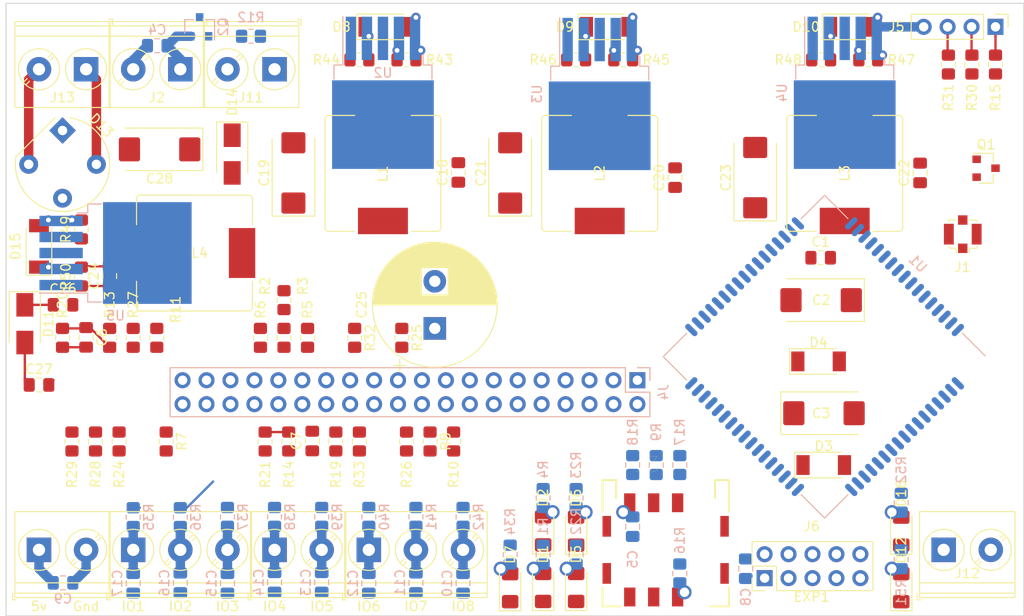
<source format=kicad_pcb>
(kicad_pcb (version 20171130) (host pcbnew 5.1.5+dfsg1-2build2)
  (layers (0 F.Cu signal) (31 B.Cu signal) (36 B.SilkS user) (37 F.SilkS user) (38 B.Mask user) (39 F.Mask user) (44 Edge.Cuts user))
  (net 0 "")
  (net 1 GND)
  (net 2 "Net-(C1-Pad2)")
  (net 3 "Net-(C13-Pad1)")
  (net 4 "Net-(C14-Pad1)")
  (net 5 "Net-(C15-Pad1)")
  (net 6 "Net-(D1-Pad2)")
  (net 7 "Net-(D4-Pad2)")
  (net 8 "Net-(D5-Pad2)")
  (net 9 "Net-(D6-Pad2)")
  (net 10 "Net-(J6-Pad3)")
  (net 11 "Net-(C3-Pad1)")
  (net 12 +4V)
  (net 13 "Net-(C6-Pad1)")
  (net 14 "Net-(C7-Pad1)")
  (net 15 "Net-(C11-Pad1)")
  (net 16 "Net-(C12-Pad1)")
  (net 17 "Net-(C16-Pad1)")
  (net 18 "Net-(C17-Pad1)")
  (net 19 "Net-(D2-Pad2)")
  (net 20 "Net-(D3-Pad2)")
  (net 21 "Net-(D3-Pad1)")
  (net 22 "Net-(J4-Pad7)")
  (net 23 "Net-(J4-Pad2)")
  (net 24 "Net-(J4-Pad1)")
  (net 25 "Net-(J4-Pad3)")
  (net 26 "Net-(J5-Pad3)")
  (net 27 "Net-(J5-Pad2)")
  (net 28 "Net-(J5-Pad1)")
  (net 29 "Net-(R30-Pad2)")
  (net 30 "Net-(U1-Pad68)")
  (net 31 "Net-(U1-Pad67)")
  (net 32 "Net-(U1-Pad51)")
  (net 33 "Net-(U1-Pad50)")
  (net 34 "Net-(U1-Pad49)")
  (net 35 "Net-(U1-Pad48)")
  (net 36 "Net-(U1-Pad47)")
  (net 37 "Net-(U1-Pad44)")
  (net 38 "Net-(U1-Pad43)")
  (net 39 "Net-(U1-Pad42)")
  (net 40 "Net-(U1-Pad41)")
  (net 41 "Net-(U1-Pad40)")
  (net 42 "Net-(U1-Pad38)")
  (net 43 "Net-(U1-Pad37)")
  (net 44 "Net-(U1-Pad36)")
  (net 45 "Net-(U1-Pad35)")
  (net 46 "Net-(U1-Pad25)")
  (net 47 "Net-(U1-Pad24)")
  (net 48 "Net-(U1-Pad23)")
  (net 49 "Net-(U1-Pad22)")
  (net 50 "Net-(U1-Pad21)")
  (net 51 "Net-(U1-Pad20)")
  (net 52 "Net-(U1-Pad19)")
  (net 53 "Net-(U1-Pad14)")
  (net 54 "Net-(U1-Pad13)")
  (net 55 "Net-(U1-Pad12)")
  (net 56 "Net-(U1-Pad11)")
  (net 57 "Net-(U1-Pad8)")
  (net 58 "Net-(U1-Pad7)")
  (net 59 "Net-(U1-Pad6)")
  (net 60 "Net-(U1-Pad5)")
  (net 61 "Net-(U1-Pad2)")
  (net 62 "Net-(D7-Pad2)")
  (net 63 "Net-(C10-Pad1)")
  (net 64 "Net-(D4-Pad1)")
  (net 65 "Net-(J4-Pad40)")
  (net 66 "Net-(J4-Pad38)")
  (net 67 "Net-(J4-Pad36)")
  (net 68 "Net-(J4-Pad35)")
  (net 69 "Net-(J4-Pad33)")
  (net 70 "Net-(J4-Pad32)")
  (net 71 "Net-(J4-Pad31)")
  (net 72 "Net-(J4-Pad29)")
  (net 73 "Net-(J4-Pad28)")
  (net 74 "Net-(J4-Pad27)")
  (net 75 "Net-(J4-Pad26)")
  (net 76 "Net-(J4-Pad24)")
  (net 77 "Net-(J4-Pad23)")
  (net 78 "Net-(J4-Pad21)")
  (net 79 "Net-(J4-Pad19)")
  (net 80 "Net-(J4-Pad18)")
  (net 81 "Net-(J4-Pad17)")
  (net 82 "Net-(J4-Pad16)")
  (net 83 "Net-(J4-Pad15)")
  (net 84 "Net-(J4-Pad13)")
  (net 85 "Net-(J4-Pad12)")
  (net 86 "Net-(J4-Pad11)")
  (net 87 "Net-(J4-Pad10)")
  (net 88 "Net-(J4-Pad8)")
  (net 89 "Net-(J4-Pad5)")
  (net 90 "Net-(J4-Pad4)")
  (net 91 "Net-(J6-Pad10)")
  (net 92 "Net-(J6-Pad9)")
  (net 93 "Net-(J6-Pad8)")
  (net 94 "Net-(J6-Pad7)")
  (net 95 "Net-(J6-Pad6)")
  (net 96 "Net-(J6-Pad5)")
  (net 97 "Net-(J6-Pad4)")
  (net 98 "Net-(R4-Pad1)")
  (net 99 "Net-(R8-Pad2)")
  (net 100 "Net-(R22-Pad1)")
  (net 101 "Net-(Q1-Pad1)")
  (net 102 "Net-(C4-Pad1)")
  (net 103 "Net-(C5-Pad1)")
  (net 104 +5VA)
  (net 105 +5VD)
  (net 106 "Net-(C24-Pad2)")
  (net 107 "Net-(D8-Pad1)")
  (net 108 "Net-(D9-Pad1)")
  (net 109 "Net-(D10-Pad1)")
  (net 110 "Net-(D13-Pad2)")
  (net 111 "Net-(D13-Pad4)")
  (net 112 "Net-(D15-Pad1)")
  (net 113 "Net-(J1-Pad1)")
  (net 114 "Net-(Q2-Pad1)")
  (net 115 "Net-(R7-Pad2)")
  (net 116 "Net-(R10-Pad2)")
  (net 117 "Net-(R23-Pad1)")
  (net 118 "Net-(R31-Pad2)")
  (net 119 "Net-(R43-Pad1)")
  (net 120 "Net-(R45-Pad1)")
  (net 121 "Net-(R47-Pad1)")
  (net 122 "Net-(D12-Pad2)")
  (net 123 "Net-(D16-Pad2)")
  (net 124 VBatSense)
  (net 125 "Net-(C25-Pad1)")
  (net 126 VLineSense)
  (net 127 "Net-(J3-PadC7)")
  (net 128 "Net-(J3-PadC6)")
  (net 129 "Net-(J3-PadC3)")
  (net 130 "Net-(J3-PadC2)")
  (net 131 "Net-(R16-Pad2)")
  (net 132 "Net-(R17-Pad2)")
  (net 133 "Net-(R18-Pad2)")
  (module Connector_PinSocket_2.54mm:PinSocket_2x20_P2.54mm_Vertical (layer B.Cu) (at 137 125 90)
    (fp_text reference J4 (at -1.27 2.77 90) (layer B.SilkS) (effects (justify mirror)))
    (fp_text value "RaspberryPi GPIO")
    (pad 40 thru_hole oval (at -2.54 -48.26 90) (size 1.7 1.7) (drill 1) (layers *.Cu *.Mask) (net 65 "Net-(J4-Pad40)"))
    (pad 39 thru_hole oval (at 0 -48.26 90) (size 1.7 1.7) (drill 1) (layers *.Cu *.Mask) (net 1 GND))
    (pad 38 thru_hole oval (at -2.54 -45.72 90) (size 1.7 1.7) (drill 1) (layers *.Cu *.Mask) (net 66 "Net-(J4-Pad38)"))
    (pad 37 thru_hole oval (at 0 -45.72 90) (size 1.7 1.7) (drill 1) (layers *.Cu *.Mask) (net 13 "Net-(C6-Pad1)"))
    (pad 36 thru_hole oval (at -2.54 -43.18 90) (size 1.7 1.7) (drill 1) (layers *.Cu *.Mask) (net 67 "Net-(J4-Pad36)"))
    (pad 35 thru_hole oval (at 0 -43.18 90) (size 1.7 1.7) (drill 1) (layers *.Cu *.Mask) (net 68 "Net-(J4-Pad35)"))
    (pad 34 thru_hole oval (at -2.54 -40.64 90) (size 1.7 1.7) (drill 1) (layers *.Cu *.Mask) (net 1 GND))
    (pad 33 thru_hole oval (at 0 -40.64 90) (size 1.7 1.7) (drill 1) (layers *.Cu *.Mask) (net 69 "Net-(J4-Pad33)"))
    (pad 32 thru_hole oval (at -2.54 -38.1 90) (size 1.7 1.7) (drill 1) (layers *.Cu *.Mask) (net 70 "Net-(J4-Pad32)"))
    (pad 31 thru_hole oval (at 0 -38.1 90) (size 1.7 1.7) (drill 1) (layers *.Cu *.Mask) (net 71 "Net-(J4-Pad31)"))
    (pad 30 thru_hole oval (at -2.54 -35.56 90) (size 1.7 1.7) (drill 1) (layers *.Cu *.Mask) (net 1 GND))
    (pad 29 thru_hole oval (at 0 -35.56 90) (size 1.7 1.7) (drill 1) (layers *.Cu *.Mask) (net 72 "Net-(J4-Pad29)"))
    (pad 28 thru_hole oval (at -2.54 -33.02 90) (size 1.7 1.7) (drill 1) (layers *.Cu *.Mask) (net 73 "Net-(J4-Pad28)"))
    (pad 27 thru_hole oval (at 0 -33.02 90) (size 1.7 1.7) (drill 1) (layers *.Cu *.Mask) (net 74 "Net-(J4-Pad27)"))
    (pad 26 thru_hole oval (at -2.54 -30.48 90) (size 1.7 1.7) (drill 1) (layers *.Cu *.Mask) (net 75 "Net-(J4-Pad26)"))
    (pad 25 thru_hole oval (at 0 -30.48 90) (size 1.7 1.7) (drill 1) (layers *.Cu *.Mask) (net 1 GND))
    (pad 24 thru_hole oval (at -2.54 -27.94 90) (size 1.7 1.7) (drill 1) (layers *.Cu *.Mask) (net 76 "Net-(J4-Pad24)"))
    (pad 23 thru_hole oval (at 0 -27.94 90) (size 1.7 1.7) (drill 1) (layers *.Cu *.Mask) (net 77 "Net-(J4-Pad23)"))
    (pad 22 thru_hole oval (at -2.54 -25.4 90) (size 1.7 1.7) (drill 1) (layers *.Cu *.Mask) (net 14 "Net-(C7-Pad1)"))
    (pad 21 thru_hole oval (at 0 -25.4 90) (size 1.7 1.7) (drill 1) (layers *.Cu *.Mask) (net 78 "Net-(J4-Pad21)"))
    (pad 20 thru_hole oval (at -2.54 -22.86 90) (size 1.7 1.7) (drill 1) (layers *.Cu *.Mask) (net 1 GND))
    (pad 19 thru_hole oval (at 0 -22.86 90) (size 1.7 1.7) (drill 1) (layers *.Cu *.Mask) (net 79 "Net-(J4-Pad19)"))
    (pad 18 thru_hole oval (at -2.54 -20.32 90) (size 1.7 1.7) (drill 1) (layers *.Cu *.Mask) (net 80 "Net-(J4-Pad18)"))
    (pad 17 thru_hole oval (at 0 -20.32 90) (size 1.7 1.7) (drill 1) (layers *.Cu *.Mask) (net 81 "Net-(J4-Pad17)"))
    (pad 16 thru_hole oval (at -2.54 -17.78 90) (size 1.7 1.7) (drill 1) (layers *.Cu *.Mask) (net 82 "Net-(J4-Pad16)"))
    (pad 15 thru_hole oval (at 0 -17.78 90) (size 1.7 1.7) (drill 1) (layers *.Cu *.Mask) (net 83 "Net-(J4-Pad15)"))
    (pad 14 thru_hole oval (at -2.54 -15.24 90) (size 1.7 1.7) (drill 1) (layers *.Cu *.Mask) (net 1 GND))
    (pad 13 thru_hole oval (at 0 -15.24 90) (size 1.7 1.7) (drill 1) (layers *.Cu *.Mask) (net 84 "Net-(J4-Pad13)"))
    (pad 12 thru_hole oval (at -2.54 -12.7 90) (size 1.7 1.7) (drill 1) (layers *.Cu *.Mask) (net 85 "Net-(J4-Pad12)"))
    (pad 11 thru_hole oval (at 0 -12.7 90) (size 1.7 1.7) (drill 1) (layers *.Cu *.Mask) (net 86 "Net-(J4-Pad11)"))
    (pad 10 thru_hole oval (at -2.54 -10.16 90) (size 1.7 1.7) (drill 1) (layers *.Cu *.Mask) (net 87 "Net-(J4-Pad10)"))
    (pad 9 thru_hole oval (at 0 -10.16 90) (size 1.7 1.7) (drill 1) (layers *.Cu *.Mask) (net 1 GND))
    (pad 8 thru_hole oval (at -2.54 -7.62 90) (size 1.7 1.7) (drill 1) (layers *.Cu *.Mask) (net 88 "Net-(J4-Pad8)"))
    (pad 7 thru_hole oval (at 0 -7.62 90) (size 1.7 1.7) (drill 1) (layers *.Cu *.Mask) (net 22 "Net-(J4-Pad7)"))
    (pad 6 thru_hole oval (at -2.54 -5.08 90) (size 1.7 1.7) (drill 1) (layers *.Cu *.Mask) (net 1 GND))
    (pad 5 thru_hole oval (at 0 -5.08 90) (size 1.7 1.7) (drill 1) (layers *.Cu *.Mask) (net 89 "Net-(J4-Pad5)"))
    (pad 4 thru_hole oval (at -2.54 -2.54 90) (size 1.7 1.7) (drill 1) (layers *.Cu *.Mask) (net 90 "Net-(J4-Pad4)"))
    (pad 3 thru_hole oval (at 0 -2.54 90) (size 1.7 1.7) (drill 1) (layers *.Cu *.Mask) (net 25 "Net-(J4-Pad3)"))
    (pad 2 thru_hole oval (at -2.54 0 90) (size 1.7 1.7) (drill 1) (layers *.Cu *.Mask) (net 23 "Net-(J4-Pad2)"))
    (pad 1 thru_hole rect (at 0 0 90) (size 1.7 1.7) (drill 1) (layers *.Cu *.Mask) (net 24 "Net-(J4-Pad1)"))
  )
  (module KiCAD:GCT_SIM7050-6-0-00-X_REVC (layer F.Cu) (at 140 143)
    (fp_text reference J3 (at -1.947195 -9.055195) (layer F.SilkS) (effects (font (size 1.601803 1.601803) (thickness 0.015))))
    (fp_text value SIM7050-6-0-00-A)
    (pad C7 smd rect (at 1.27 5) (size 1.2 2) (layers F.Cu F.Paste F.Mask) (net 127 "Net-(J3-PadC7)"))
    (pad C6 smd rect (at -1.27 5) (size 1.2 2) (layers F.Cu F.Paste F.Mask) (net 128 "Net-(J3-PadC6)"))
    (pad C5 smd rect (at -3.81 5) (size 1.2 2) (layers F.Cu F.Paste F.Mask) (net 1 GND))
    (pad C3 smd rect (at 1.27 -5) (size 1.2 2) (layers F.Cu F.Paste F.Mask) (net 129 "Net-(J3-PadC3)"))
    (pad C2 smd rect (at -1.27 -5) (size 1.2 2) (layers F.Cu F.Paste F.Mask) (net 130 "Net-(J3-PadC2)"))
    (pad C1 smd rect (at -3.81 -5) (size 1.2 2) (layers F.Cu F.Paste F.Mask) (net 103 "Net-(C5-Pad1)"))
    (pad 4 smd rect (at 6.25 -2.5) (size 0.9 2.2) (layers F.Cu F.Paste F.Mask))
    (pad 3 smd rect (at 6.25 2.5) (size 0.9 2.2) (layers F.Cu F.Paste F.Mask))
    (pad 2 smd rect (at -6.25 2.5) (size 0.9 2.2) (layers F.Cu F.Paste F.Mask))
    (pad 1 smd rect (at -6.25 -2.5) (size 0.9 2.2) (layers F.Cu F.Paste F.Mask))
  )
  (module Diode_SMD:D_SOD-128 (layer F.Cu) (at 156.225 123)
    (fp_text reference D4 (at 0 -2) (layer F.SilkS))
    (fp_text value LL4148)
    (pad 2 smd rect (at 2.2 0) (size 1.4 2.1) (layers F.Cu F.Paste F.Mask) (net 7 "Net-(D4-Pad2)"))
    (pad 1 smd rect (at -2.2 0) (size 1.4 2.1) (layers F.Cu F.Paste F.Mask) (net 64 "Net-(D4-Pad1)"))
  )
  (module Diode_SMD:D_SOD-128 (layer F.Cu) (at 156.775 134)
    (fp_text reference D3 (at 0 -2) (layer F.SilkS))
    (fp_text value LL4148)
    (pad 2 smd rect (at 2.2 0) (size 1.4 2.1) (layers F.Cu F.Paste F.Mask) (net 20 "Net-(D3-Pad2)"))
    (pad 1 smd rect (at -2.2 0) (size 1.4 2.1) (layers F.Cu F.Paste F.Mask) (net 21 "Net-(D3-Pad1)"))
  )
  (module Capacitor_SMD:C_0805_2012Metric_Pad1.18x1.45mm_HandSolder (layer F.Cu) (at 73.5 125.5)
    (fp_text reference C27 (at 0 -1.68) (layer F.SilkS))
    (fp_text value 100nf)
    (pad 2 smd roundrect (at 1.0375 0) (size 1.175 1.45) (layers F.Cu F.Paste F.Mask) (roundrect_rratio 0.212766) (net 1 GND))
    (pad 1 smd roundrect (at -1.0375 0) (size 1.175 1.45) (layers F.Cu F.Paste F.Mask) (roundrect_rratio 0.212766) (net 124 VBatSense))
  )
  (module Capacitor_SMD:C_0805_2012Metric_Pad1.18x1.45mm_HandSolder (layer F.Cu) (at 76.05 117)
    (fp_text reference C26 (at 0 -1.68) (layer F.SilkS))
    (fp_text value 100nf)
    (pad 2 smd roundrect (at 1.0375 0) (size 1.175 1.45) (layers F.Cu F.Paste F.Mask) (roundrect_rratio 0.212766) (net 1 GND))
    (pad 1 smd roundrect (at -1.0375 0) (size 1.175 1.45) (layers F.Cu F.Paste F.Mask) (roundrect_rratio 0.212766) (net 125 "Net-(C25-Pad1)"))
  )
  (module Capacitor_SMD:C_0805_2012Metric_Pad1.18x1.45mm_HandSolder (layer F.Cu) (at 81 113.95 90)
    (fp_text reference C24 (at 0 -1.68 90) (layer F.SilkS))
    (fp_text value 33nf)
    (pad 2 smd roundrect (at 1.0375 0 90) (size 1.175 1.45) (layers F.Cu F.Paste F.Mask) (roundrect_rratio 0.212766) (net 106 "Net-(C24-Pad2)"))
    (pad 1 smd roundrect (at -1.0375 0 90) (size 1.175 1.45) (layers F.Cu F.Paste F.Mask) (roundrect_rratio 0.212766) (net 124 VBatSense))
  )
  (module Capacitor_SMD:C_0805_2012Metric_Pad1.18x1.45mm_HandSolder (layer F.Cu) (at 167 103 90)
    (fp_text reference C22 (at 0 -1.68 90) (layer F.SilkS))
    (fp_text value 100nf)
    (pad 2 smd roundrect (at 1.0375 0 90) (size 1.175 1.45) (layers F.Cu F.Paste F.Mask) (roundrect_rratio 0.212766) (net 1 GND))
    (pad 1 smd roundrect (at -1.0375 0 90) (size 1.175 1.45) (layers F.Cu F.Paste F.Mask) (roundrect_rratio 0.212766) (net 12 +4V))
  )
  (module Capacitor_SMD:C_0805_2012Metric_Pad1.18x1.45mm_HandSolder (layer F.Cu) (at 141 103.5 90)
    (fp_text reference C20 (at 0 -1.68 90) (layer F.SilkS))
    (fp_text value 100nf)
    (pad 2 smd roundrect (at 1.0375 0 90) (size 1.175 1.45) (layers F.Cu F.Paste F.Mask) (roundrect_rratio 0.212766) (net 1 GND))
    (pad 1 smd roundrect (at -1.0375 0 90) (size 1.175 1.45) (layers F.Cu F.Paste F.Mask) (roundrect_rratio 0.212766) (net 104 +5VA))
  )
  (module Capacitor_SMD:C_0805_2012Metric_Pad1.18x1.45mm_HandSolder (layer F.Cu) (at 118 102.95 90)
    (fp_text reference C18 (at 0 -1.68 90) (layer F.SilkS))
    (fp_text value 100nf)
    (pad 2 smd roundrect (at 1.0375 0 90) (size 1.175 1.45) (layers F.Cu F.Paste F.Mask) (roundrect_rratio 0.212766) (net 1 GND))
    (pad 1 smd roundrect (at -1.0375 0 90) (size 1.175 1.45) (layers F.Cu F.Paste F.Mask) (roundrect_rratio 0.212766) (net 105 +5VD))
  )
  (module Capacitor_SMD:C_0805_2012Metric_Pad1.18x1.45mm_HandSolder (layer B.Cu) (at 83.5 146.55 270)
    (fp_text reference C17 (at 0 1.68 90) (layer B.SilkS) (effects (justify mirror)))
    (fp_text value 100nf)
    (pad 2 smd roundrect (at 1.0375 0 270) (size 1.175 1.45) (layers B.Cu B.Paste B.Mask) (roundrect_rratio 0.212766) (net 1 GND))
    (pad 1 smd roundrect (at -1.0375 0 270) (size 1.175 1.45) (layers B.Cu B.Paste B.Mask) (roundrect_rratio 0.212766) (net 18 "Net-(C17-Pad1)"))
  )
  (module Capacitor_SMD:C_0805_2012Metric_Pad1.18x1.45mm_HandSolder (layer B.Cu) (at 88.5 146.5 270)
    (fp_text reference C16 (at 0 1.68 90) (layer B.SilkS) (effects (justify mirror)))
    (fp_text value 100nf)
    (pad 2 smd roundrect (at 1.0375 0 270) (size 1.175 1.45) (layers B.Cu B.Paste B.Mask) (roundrect_rratio 0.212766) (net 1 GND))
    (pad 1 smd roundrect (at -1.0375 0 270) (size 1.175 1.45) (layers B.Cu B.Paste B.Mask) (roundrect_rratio 0.212766) (net 17 "Net-(C16-Pad1)"))
  )
  (module Capacitor_SMD:C_0805_2012Metric_Pad1.18x1.45mm_HandSolder (layer B.Cu) (at 93.5 146.55 270)
    (fp_text reference C15 (at 0 1.68 90) (layer B.SilkS) (effects (justify mirror)))
    (fp_text value 100nf)
    (pad 2 smd roundrect (at 1.0375 0 270) (size 1.175 1.45) (layers B.Cu B.Paste B.Mask) (roundrect_rratio 0.212766) (net 1 GND))
    (pad 1 smd roundrect (at -1.0375 0 270) (size 1.175 1.45) (layers B.Cu B.Paste B.Mask) (roundrect_rratio 0.212766) (net 5 "Net-(C15-Pad1)"))
  )
  (module Capacitor_SMD:C_0805_2012Metric_Pad1.18x1.45mm_HandSolder (layer B.Cu) (at 98.5 146.45 270)
    (fp_text reference C14 (at 0 1.68 90) (layer B.SilkS) (effects (justify mirror)))
    (fp_text value 100nf)
    (pad 2 smd roundrect (at 1.0375 0 270) (size 1.175 1.45) (layers B.Cu B.Paste B.Mask) (roundrect_rratio 0.212766) (net 1 GND))
    (pad 1 smd roundrect (at -1.0375 0 270) (size 1.175 1.45) (layers B.Cu B.Paste B.Mask) (roundrect_rratio 0.212766) (net 4 "Net-(C14-Pad1)"))
  )
  (module Capacitor_SMD:C_0805_2012Metric_Pad1.18x1.45mm_HandSolder (layer B.Cu) (at 103.5 146.45 270)
    (fp_text reference C13 (at 0 1.68 90) (layer B.SilkS) (effects (justify mirror)))
    (fp_text value 100nf)
    (pad 2 smd roundrect (at 1.0375 0 270) (size 1.175 1.45) (layers B.Cu B.Paste B.Mask) (roundrect_rratio 0.212766) (net 1 GND))
    (pad 1 smd roundrect (at -1.0375 0 270) (size 1.175 1.45) (layers B.Cu B.Paste B.Mask) (roundrect_rratio 0.212766) (net 3 "Net-(C13-Pad1)"))
  )
  (module Capacitor_SMD:C_0805_2012Metric_Pad1.18x1.45mm_HandSolder (layer B.Cu) (at 108.5 146.55 270)
    (fp_text reference C12 (at 0 1.68 90) (layer B.SilkS) (effects (justify mirror)))
    (fp_text value 100nf)
    (pad 2 smd roundrect (at 1.0375 0 270) (size 1.175 1.45) (layers B.Cu B.Paste B.Mask) (roundrect_rratio 0.212766) (net 1 GND))
    (pad 1 smd roundrect (at -1.0375 0 270) (size 1.175 1.45) (layers B.Cu B.Paste B.Mask) (roundrect_rratio 0.212766) (net 16 "Net-(C12-Pad1)"))
  )
  (module Capacitor_SMD:C_0805_2012Metric_Pad1.18x1.45mm_HandSolder (layer B.Cu) (at 113.5 146.5 270)
    (fp_text reference C11 (at 0 1.68 90) (layer B.SilkS) (effects (justify mirror)))
    (fp_text value 100nf)
    (pad 2 smd roundrect (at 1.0375 0 270) (size 1.175 1.45) (layers B.Cu B.Paste B.Mask) (roundrect_rratio 0.212766) (net 1 GND))
    (pad 1 smd roundrect (at -1.0375 0 270) (size 1.175 1.45) (layers B.Cu B.Paste B.Mask) (roundrect_rratio 0.212766) (net 15 "Net-(C11-Pad1)"))
  )
  (module Capacitor_SMD:C_0805_2012Metric_Pad1.18x1.45mm_HandSolder (layer B.Cu) (at 118.5 146.55 270)
    (fp_text reference C10 (at 0 1.68 90) (layer B.SilkS) (effects (justify mirror)))
    (fp_text value 100nf)
    (pad 2 smd roundrect (at 1.0375 0 270) (size 1.175 1.45) (layers B.Cu B.Paste B.Mask) (roundrect_rratio 0.212766) (net 1 GND))
    (pad 1 smd roundrect (at -1.0375 0 270) (size 1.175 1.45) (layers B.Cu B.Paste B.Mask) (roundrect_rratio 0.212766) (net 63 "Net-(C10-Pad1)"))
  )
  (module Capacitor_SMD:C_0805_2012Metric_Pad1.18x1.45mm_HandSolder (layer B.Cu) (at 76.05 146.5)
    (fp_text reference C9 (at 0 1.68) (layer B.SilkS) (effects (justify mirror)))
    (fp_text value 100nf)
    (pad 2 smd roundrect (at 1.0375 0) (size 1.175 1.45) (layers B.Cu B.Paste B.Mask) (roundrect_rratio 0.212766) (net 1 GND))
    (pad 1 smd roundrect (at -1.0375 0) (size 1.175 1.45) (layers B.Cu B.Paste B.Mask) (roundrect_rratio 0.212766) (net 104 +5VA))
  )
  (module Capacitor_SMD:C_0805_2012Metric_Pad1.18x1.45mm_HandSolder (layer B.Cu) (at 148.5 145 90)
    (fp_text reference C8 (at -3 0 90) (layer B.SilkS) (effects (justify mirror)))
    (fp_text value 100nf)
    (pad 2 smd roundrect (at 1.0375 0 90) (size 1.175 1.45) (layers B.Cu B.Paste B.Mask) (roundrect_rratio 0.212766) (net 1 GND))
    (pad 1 smd roundrect (at -1.0375 0 90) (size 1.175 1.45) (layers B.Cu B.Paste B.Mask) (roundrect_rratio 0.212766) (net 104 +5VA))
  )
  (module Capacitor_SMD:C_0805_2012Metric_Pad1.18x1.45mm_HandSolder (layer F.Cu) (at 102.5 131.45 90)
    (fp_text reference C7 (at 0 -1.68 90) (layer F.SilkS))
    (fp_text value 100nf)
    (pad 2 smd roundrect (at 1.0375 0 90) (size 1.175 1.45) (layers F.Cu F.Paste F.Mask) (roundrect_rratio 0.212766) (net 1 GND))
    (pad 1 smd roundrect (at -1.0375 0 90) (size 1.175 1.45) (layers F.Cu F.Paste F.Mask) (roundrect_rratio 0.212766) (net 14 "Net-(C7-Pad1)"))
  )
  (module Capacitor_SMD:C_0805_2012Metric_Pad1.18x1.45mm_HandSolder (layer F.Cu) (at 78.5 120.45 270)
    (fp_text reference C6 (at 0 -1.68 90) (layer F.SilkS))
    (fp_text value 100nf)
    (pad 2 smd roundrect (at 1.0375 0 270) (size 1.175 1.45) (layers F.Cu F.Paste F.Mask) (roundrect_rratio 0.212766) (net 1 GND))
    (pad 1 smd roundrect (at -1.0375 0 270) (size 1.175 1.45) (layers F.Cu F.Paste F.Mask) (roundrect_rratio 0.212766) (net 13 "Net-(C6-Pad1)"))
  )
  (module Capacitor_SMD:C_0805_2012Metric_Pad1.18x1.45mm_HandSolder (layer B.Cu) (at 136.5 140.5375 270)
    (fp_text reference C5 (at 3.4625 0 90) (layer B.SilkS) (effects (justify mirror)))
    (fp_text value 100nf)
    (pad 2 smd roundrect (at 1.0375 0 270) (size 1.175 1.45) (layers B.Cu B.Paste B.Mask) (roundrect_rratio 0.212766) (net 1 GND))
    (pad 1 smd roundrect (at -1.0375 0 270) (size 1.175 1.45) (layers B.Cu B.Paste B.Mask) (roundrect_rratio 0.212766) (net 103 "Net-(C5-Pad1)"))
  )
  (module Capacitor_SMD:C_0805_2012Metric_Pad1.18x1.45mm_HandSolder (layer B.Cu) (at 86.05 89.5 180)
    (fp_text reference C4 (at 0 1.68) (layer B.SilkS) (effects (justify mirror)))
    (fp_text value 100nf)
    (pad 2 smd roundrect (at 1.0375 0 180) (size 1.175 1.45) (layers B.Cu B.Paste B.Mask) (roundrect_rratio 0.212766) (net 1 GND))
    (pad 1 smd roundrect (at -1.0375 0 180) (size 1.175 1.45) (layers B.Cu B.Paste B.Mask) (roundrect_rratio 0.212766) (net 102 "Net-(C4-Pad1)"))
  )
  (module Capacitor_SMD:C_0805_2012Metric_Pad1.18x1.45mm_HandSolder (layer F.Cu) (at 156.45 112)
    (fp_text reference C1 (at 0 -1.68) (layer F.SilkS))
    (fp_text value 100nf)
    (pad 2 smd roundrect (at 1.0375 0) (size 1.175 1.45) (layers F.Cu F.Paste F.Mask) (roundrect_rratio 0.212766) (net 2 "Net-(C1-Pad2)"))
    (pad 1 smd roundrect (at -1.0375 0) (size 1.175 1.45) (layers F.Cu F.Paste F.Mask) (roundrect_rratio 0.212766) (net 1 GND))
  )
  (module Connector_Coaxial:U.FL_Molex_MCRF_73412-0110_Vertical (layer F.Cu) (at 171.525 109.5)
    (fp_text reference J1 (at 0 3.5) (layer F.SilkS))
    (fp_text value "CONUFL001-SMD-T (Linx)")
    (pad 1 smd rect (at 0 1.5) (size 1 1) (layers F.Cu F.Paste F.Mask) (net 113 "Net-(J1-Pad1)"))
    (pad 2 smd rect (at 0 -1.5) (size 1 1) (layers F.Cu F.Paste F.Mask) (net 1 GND))
    (pad 2 smd rect (at 1.475 0) (size 1.05 2.2) (layers F.Cu F.Paste F.Mask) (net 1 GND))
    (pad 2 smd rect (at -1.475 0) (size 1.05 2.2) (layers F.Cu F.Paste F.Mask) (net 1 GND))
  )
  (module LED_SMD:LED_1206_3216Metric_Pad1.42x1.75mm_HandSolder (layer F.Cu) (at 165 141.0125 90)
    (fp_text reference D16 (at 3.9875 0 90) (layer F.SilkS))
    (fp_text value "Led SMD")
    (pad 2 smd roundrect (at 1.4875 0 90) (size 1.425 1.75) (layers F.Cu F.Paste F.Mask) (roundrect_rratio 0.175439) (net 123 "Net-(D16-Pad2)"))
    (pad 1 smd roundrect (at -1.4875 0 90) (size 1.425 1.75) (layers F.Cu F.Paste F.Mask) (roundrect_rratio 0.175439) (net 1 GND))
  )
  (module LED_SMD:LED_1206_3216Metric_Pad1.42x1.75mm_HandSolder (layer F.Cu) (at 165 147.0125 90)
    (fp_text reference D12 (at 3.9875 0 90) (layer F.SilkS))
    (fp_text value "Led SMD")
    (pad 2 smd roundrect (at 1.4875 0 90) (size 1.425 1.75) (layers F.Cu F.Paste F.Mask) (roundrect_rratio 0.175439) (net 122 "Net-(D12-Pad2)"))
    (pad 1 smd roundrect (at -1.4875 0 90) (size 1.425 1.75) (layers F.Cu F.Paste F.Mask) (roundrect_rratio 0.175439) (net 1 GND))
  )
  (module LED_SMD:LED_1206_3216Metric_Pad1.42x1.75mm_HandSolder (layer F.Cu) (at 123.5 147.0125 90)
    (fp_text reference D7 (at 3.5 0 90) (layer F.SilkS))
    (fp_text value "Led SMD")
    (pad 2 smd roundrect (at 1.4875 0 90) (size 1.425 1.75) (layers F.Cu F.Paste F.Mask) (roundrect_rratio 0.175439) (net 62 "Net-(D7-Pad2)"))
    (pad 1 smd roundrect (at -1.4875 0 90) (size 1.425 1.75) (layers F.Cu F.Paste F.Mask) (roundrect_rratio 0.175439) (net 1 GND))
  )
  (module LED_SMD:LED_1206_3216Metric_Pad1.42x1.75mm_HandSolder (layer F.Cu) (at 130.5 141.0125 90)
    (fp_text reference D6 (at 3.525 0 90) (layer F.SilkS))
    (fp_text value "Led SMD")
    (pad 2 smd roundrect (at 1.4875 0 90) (size 1.425 1.75) (layers F.Cu F.Paste F.Mask) (roundrect_rratio 0.175439) (net 9 "Net-(D6-Pad2)"))
    (pad 1 smd roundrect (at -1.4875 0 90) (size 1.425 1.75) (layers F.Cu F.Paste F.Mask) (roundrect_rratio 0.175439) (net 1 GND))
  )
  (module LED_SMD:LED_1206_3216Metric_Pad1.42x1.75mm_HandSolder (layer F.Cu) (at 130.5 146.9875 90)
    (fp_text reference D5 (at 3.525 0 90) (layer F.SilkS))
    (fp_text value "Led SMD")
    (pad 2 smd roundrect (at 1.4875 0 90) (size 1.425 1.75) (layers F.Cu F.Paste F.Mask) (roundrect_rratio 0.175439) (net 8 "Net-(D5-Pad2)"))
    (pad 1 smd roundrect (at -1.4875 0 90) (size 1.425 1.75) (layers F.Cu F.Paste F.Mask) (roundrect_rratio 0.175439) (net 1 GND))
  )
  (module LED_SMD:LED_1206_3216Metric_Pad1.42x1.75mm_HandSolder (layer F.Cu) (at 127 140.9875 90)
    (fp_text reference D2 (at 3.525 0 90) (layer F.SilkS))
    (fp_text value "Led SMD")
    (pad 2 smd roundrect (at 1.4875 0 90) (size 1.425 1.75) (layers F.Cu F.Paste F.Mask) (roundrect_rratio 0.175439) (net 19 "Net-(D2-Pad2)"))
    (pad 1 smd roundrect (at -1.4875 0 90) (size 1.425 1.75) (layers F.Cu F.Paste F.Mask) (roundrect_rratio 0.175439) (net 1 GND))
  )
  (module LED_SMD:LED_1206_3216Metric_Pad1.42x1.75mm_HandSolder (layer F.Cu) (at 127 146.9875 90)
    (fp_text reference D1 (at 3.525 0 90) (layer F.SilkS))
    (fp_text value "Led SMD")
    (pad 2 smd roundrect (at 1.4875 0 90) (size 1.425 1.75) (layers F.Cu F.Paste F.Mask) (roundrect_rratio 0.175439) (net 6 "Net-(D1-Pad2)"))
    (pad 1 smd roundrect (at -1.4875 0 90) (size 1.425 1.75) (layers F.Cu F.Paste F.Mask) (roundrect_rratio 0.175439) (net 1 GND))
  )
  (module Package_TO_SOT_SMD:TO-263-5_TabPin3 (layer B.Cu) (at 81.625 111.5)
    (fp_text reference U5 (at 0 6.65 180) (layer B.SilkS) (effects (justify mirror)))
    (fp_text value LM2596S-ADJ)
    (pad 3 smd rect (at 3.375 0) (size 9.4 10.8) (layers B.Cu B.Mask) (net 1 GND))
    (pad 5 smd rect (at -5.775 -3.4) (size 4.6 1.1) (layers B.Cu B.Paste B.Mask) (net 1 GND))
    (pad 4 smd rect (at -5.775 -1.7) (size 4.6 1.1) (layers B.Cu B.Paste B.Mask) (net 106 "Net-(C24-Pad2)"))
    (pad 3 smd rect (at -5.775 0) (size 4.6 1.1) (layers B.Cu B.Paste B.Mask) (net 1 GND))
    (pad 2 smd rect (at -5.775 1.7) (size 4.6 1.1) (layers B.Cu B.Paste B.Mask) (net 112 "Net-(D15-Pad1)"))
    (pad 1 smd rect (at -5.775 3.4) (size 4.6 1.1) (layers B.Cu B.Paste B.Mask) (net 125 "Net-(C25-Pad1)"))
  )
  (module Package_TO_SOT_SMD:TO-263-5_TabPin3 (layer B.Cu) (at 159 94.5 270)
    (fp_text reference U4 (at 0 6.65 90) (layer B.SilkS) (effects (justify mirror)))
    (fp_text value LM2596S-ADJ)
    (pad 3 smd rect (at 3.375 0 270) (size 9.4 10.8) (layers B.Cu B.Mask) (net 1 GND))
    (pad 5 smd rect (at -5.775 -3.4 270) (size 4.6 1.1) (layers B.Cu B.Paste B.Mask) (net 1 GND))
    (pad 4 smd rect (at -5.775 -1.7 270) (size 4.6 1.1) (layers B.Cu B.Paste B.Mask) (net 121 "Net-(R47-Pad1)"))
    (pad 3 smd rect (at -5.775 0 270) (size 4.6 1.1) (layers B.Cu B.Paste B.Mask) (net 1 GND))
    (pad 2 smd rect (at -5.775 1.7 270) (size 4.6 1.1) (layers B.Cu B.Paste B.Mask) (net 109 "Net-(D10-Pad1)"))
    (pad 1 smd rect (at -5.775 3.4 270) (size 4.6 1.1) (layers B.Cu B.Paste B.Mask) (net 125 "Net-(C25-Pad1)"))
  )
  (module Package_TO_SOT_SMD:TO-263-5_TabPin3 (layer B.Cu) (at 133 94.625 270)
    (fp_text reference U3 (at 0 6.65 90) (layer B.SilkS) (effects (justify mirror)))
    (fp_text value LM2596S-ADJ)
    (pad 3 smd rect (at 3.375 0 270) (size 9.4 10.8) (layers B.Cu B.Mask) (net 1 GND))
    (pad 5 smd rect (at -5.775 -3.4 270) (size 4.6 1.1) (layers B.Cu B.Paste B.Mask) (net 1 GND))
    (pad 4 smd rect (at -5.775 -1.7 270) (size 4.6 1.1) (layers B.Cu B.Paste B.Mask) (net 120 "Net-(R45-Pad1)"))
    (pad 3 smd rect (at -5.775 0 270) (size 4.6 1.1) (layers B.Cu B.Paste B.Mask) (net 1 GND))
    (pad 2 smd rect (at -5.775 1.7 270) (size 4.6 1.1) (layers B.Cu B.Paste B.Mask) (net 108 "Net-(D9-Pad1)"))
    (pad 1 smd rect (at -5.775 3.4 270) (size 4.6 1.1) (layers B.Cu B.Paste B.Mask) (net 125 "Net-(C25-Pad1)"))
  )
  (module Package_TO_SOT_SMD:TO-263-5_TabPin3 (layer B.Cu) (at 110 94.5 270)
    (fp_text reference U2 (at -2.125 0 180) (layer B.SilkS) (effects (justify mirror)))
    (fp_text value LM2596S-ADJ)
    (pad 3 smd rect (at 3.375 0 270) (size 9.4 10.8) (layers B.Cu B.Mask) (net 1 GND))
    (pad 5 smd rect (at -5.775 -3.4 270) (size 4.6 1.1) (layers B.Cu B.Paste B.Mask) (net 1 GND))
    (pad 4 smd rect (at -5.775 -1.7 270) (size 4.6 1.1) (layers B.Cu B.Paste B.Mask) (net 119 "Net-(R43-Pad1)"))
    (pad 3 smd rect (at -5.775 0 270) (size 4.6 1.1) (layers B.Cu B.Paste B.Mask) (net 1 GND))
    (pad 2 smd rect (at -5.775 1.7 270) (size 4.6 1.1) (layers B.Cu B.Paste B.Mask) (net 107 "Net-(D8-Pad1)"))
    (pad 1 smd rect (at -5.775 3.4 270) (size 4.6 1.1) (layers B.Cu B.Paste B.Mask) (net 125 "Net-(C25-Pad1)"))
  )
  (module Resistor_SMD:R_0805_2012Metric_Pad1.20x1.40mm_HandSolder (layer B.Cu) (at 165 138 90)
    (fp_text reference R52 (at 3.5 0 270) (layer B.SilkS) (effects (justify mirror)))
    (fp_text value 1K)
    (pad 2 smd roundrect (at 1 0 90) (size 1.2 1.4) (layers B.Cu B.Paste B.Mask) (roundrect_rratio 0.208333) (net 126 VLineSense))
    (pad 1 smd roundrect (at -1 0 90) (size 1.2 1.4) (layers B.Cu B.Paste B.Mask) (roundrect_rratio 0.208333) (net 123 "Net-(D16-Pad2)"))
  )
  (module Resistor_SMD:R_0805_2012Metric_Pad1.20x1.40mm_HandSolder (layer B.Cu) (at 165 144 90)
    (fp_text reference R51 (at -3.5 0 270) (layer B.SilkS) (effects (justify mirror)))
    (fp_text value 1K)
    (pad 2 smd roundrect (at 1 0 90) (size 1.2 1.4) (layers B.Cu B.Paste B.Mask) (roundrect_rratio 0.208333) (net 124 VBatSense))
    (pad 1 smd roundrect (at -1 0 90) (size 1.2 1.4) (layers B.Cu B.Paste B.Mask) (roundrect_rratio 0.208333) (net 122 "Net-(D12-Pad2)"))
  )
  (module Resistor_SMD:R_0805_2012Metric_Pad1.20x1.40mm_HandSolder (layer F.Cu) (at 78 114 90)
    (fp_text reference R50 (at 0 -1.65 90) (layer F.SilkS))
    (fp_text value 10K)
    (pad 2 smd roundrect (at 1 0 90) (size 1.2 1.4) (layers F.Cu F.Paste F.Mask) (roundrect_rratio 0.208333) (net 106 "Net-(C24-Pad2)"))
    (pad 1 smd roundrect (at -1 0 90) (size 1.2 1.4) (layers F.Cu F.Paste F.Mask) (roundrect_rratio 0.208333) (net 124 VBatSense))
  )
  (module Resistor_SMD:R_0805_2012Metric_Pad1.20x1.40mm_HandSolder (layer F.Cu) (at 78 109 90)
    (fp_text reference R49 (at 0 -1.65 90) (layer F.SilkS))
    (fp_text value 1K)
    (pad 2 smd roundrect (at 1 0 90) (size 1.2 1.4) (layers F.Cu F.Paste F.Mask) (roundrect_rratio 0.208333) (net 1 GND))
    (pad 1 smd roundrect (at -1 0 90) (size 1.2 1.4) (layers F.Cu F.Paste F.Mask) (roundrect_rratio 0.208333) (net 106 "Net-(C24-Pad2)"))
  )
  (module Resistor_SMD:R_0805_2012Metric_Pad1.20x1.40mm_HandSolder (layer F.Cu) (at 156.5 91)
    (fp_text reference R48 (at -3.5 0) (layer F.SilkS))
    (fp_text value 2K2)
    (pad 2 smd roundrect (at 1 0) (size 1.2 1.4) (layers F.Cu F.Paste F.Mask) (roundrect_rratio 0.208333) (net 121 "Net-(R47-Pad1)"))
    (pad 1 smd roundrect (at -1 0) (size 1.2 1.4) (layers F.Cu F.Paste F.Mask) (roundrect_rratio 0.208333) (net 12 +4V))
  )
  (module Resistor_SMD:R_0805_2012Metric_Pad1.20x1.40mm_HandSolder (layer F.Cu) (at 161.5 91)
    (fp_text reference R47 (at 3.5 0) (layer F.SilkS))
    (fp_text value 1K)
    (pad 2 smd roundrect (at 1 0) (size 1.2 1.4) (layers F.Cu F.Paste F.Mask) (roundrect_rratio 0.208333) (net 1 GND))
    (pad 1 smd roundrect (at -1 0) (size 1.2 1.4) (layers F.Cu F.Paste F.Mask) (roundrect_rratio 0.208333) (net 121 "Net-(R47-Pad1)"))
  )
  (module Resistor_SMD:R_0805_2012Metric_Pad1.20x1.40mm_HandSolder (layer F.Cu) (at 130.5 91)
    (fp_text reference R46 (at -3.5 0) (layer F.SilkS))
    (fp_text value 3K3)
    (pad 2 smd roundrect (at 1 0) (size 1.2 1.4) (layers F.Cu F.Paste F.Mask) (roundrect_rratio 0.208333) (net 120 "Net-(R45-Pad1)"))
    (pad 1 smd roundrect (at -1 0) (size 1.2 1.4) (layers F.Cu F.Paste F.Mask) (roundrect_rratio 0.208333) (net 104 +5VA))
  )
  (module Resistor_SMD:R_0805_2012Metric_Pad1.20x1.40mm_HandSolder (layer F.Cu) (at 135.5 91)
    (fp_text reference R45 (at 3.5 0) (layer F.SilkS))
    (fp_text value 1K)
    (pad 2 smd roundrect (at 1 0) (size 1.2 1.4) (layers F.Cu F.Paste F.Mask) (roundrect_rratio 0.208333) (net 1 GND))
    (pad 1 smd roundrect (at -1 0) (size 1.2 1.4) (layers F.Cu F.Paste F.Mask) (roundrect_rratio 0.208333) (net 120 "Net-(R45-Pad1)"))
  )
  (module Resistor_SMD:R_0805_2012Metric_Pad1.20x1.40mm_HandSolder (layer F.Cu) (at 107.5 91)
    (fp_text reference R44 (at -3.5 0) (layer F.SilkS))
    (fp_text value 3K3)
    (pad 2 smd roundrect (at 1 0) (size 1.2 1.4) (layers F.Cu F.Paste F.Mask) (roundrect_rratio 0.208333) (net 119 "Net-(R43-Pad1)"))
    (pad 1 smd roundrect (at -1 0) (size 1.2 1.4) (layers F.Cu F.Paste F.Mask) (roundrect_rratio 0.208333) (net 105 +5VD))
  )
  (module Resistor_SMD:R_0805_2012Metric_Pad1.20x1.40mm_HandSolder (layer F.Cu) (at 112.5 91)
    (fp_text reference R43 (at 3.5 0) (layer F.SilkS))
    (fp_text value 1K)
    (pad 2 smd roundrect (at 1 0) (size 1.2 1.4) (layers F.Cu F.Paste F.Mask) (roundrect_rratio 0.208333) (net 1 GND))
    (pad 1 smd roundrect (at -1 0) (size 1.2 1.4) (layers F.Cu F.Paste F.Mask) (roundrect_rratio 0.208333) (net 119 "Net-(R43-Pad1)"))
  )
  (module Resistor_SMD:R_0805_2012Metric_Pad1.20x1.40mm_HandSolder (layer B.Cu) (at 118.5 139.5 90)
    (fp_text reference R42 (at 0 1.65 90) (layer B.SilkS) (effects (justify mirror)))
    (fp_text value 1K)
    (pad 2 smd roundrect (at 1 0 90) (size 1.2 1.4) (layers B.Cu B.Paste B.Mask) (roundrect_rratio 0.208333) (net 75 "Net-(J4-Pad26)"))
    (pad 1 smd roundrect (at -1 0 90) (size 1.2 1.4) (layers B.Cu B.Paste B.Mask) (roundrect_rratio 0.208333) (net 63 "Net-(C10-Pad1)"))
  )
  (module Resistor_SMD:R_0805_2012Metric_Pad1.20x1.40mm_HandSolder (layer B.Cu) (at 113.5 139.5 90)
    (fp_text reference R41 (at 0 1.65 90) (layer B.SilkS) (effects (justify mirror)))
    (fp_text value 1K)
    (pad 2 smd roundrect (at 1 0 90) (size 1.2 1.4) (layers B.Cu B.Paste B.Mask) (roundrect_rratio 0.208333) (net 71 "Net-(J4-Pad31)"))
    (pad 1 smd roundrect (at -1 0 90) (size 1.2 1.4) (layers B.Cu B.Paste B.Mask) (roundrect_rratio 0.208333) (net 15 "Net-(C11-Pad1)"))
  )
  (module Resistor_SMD:R_0805_2012Metric_Pad1.20x1.40mm_HandSolder (layer B.Cu) (at 108.5 139.5 90)
    (fp_text reference R40 (at 0 1.65 90) (layer B.SilkS) (effects (justify mirror)))
    (fp_text value 1K)
    (pad 2 smd roundrect (at 1 0 90) (size 1.2 1.4) (layers B.Cu B.Paste B.Mask) (roundrect_rratio 0.208333) (net 72 "Net-(J4-Pad29)"))
    (pad 1 smd roundrect (at -1 0 90) (size 1.2 1.4) (layers B.Cu B.Paste B.Mask) (roundrect_rratio 0.208333) (net 16 "Net-(C12-Pad1)"))
  )
  (module Resistor_SMD:R_0805_2012Metric_Pad1.20x1.40mm_HandSolder (layer B.Cu) (at 103.5 139.5 90)
    (fp_text reference R39 (at 0 1.65 90) (layer B.SilkS) (effects (justify mirror)))
    (fp_text value 1K)
    (pad 2 smd roundrect (at 1 0 90) (size 1.2 1.4) (layers B.Cu B.Paste B.Mask) (roundrect_rratio 0.208333) (net 22 "Net-(J4-Pad7)"))
    (pad 1 smd roundrect (at -1 0 90) (size 1.2 1.4) (layers B.Cu B.Paste B.Mask) (roundrect_rratio 0.208333) (net 3 "Net-(C13-Pad1)"))
  )
  (module Resistor_SMD:R_0805_2012Metric_Pad1.20x1.40mm_HandSolder (layer B.Cu) (at 98.5 139.5 90)
    (fp_text reference R38 (at 0 1.65 90) (layer B.SilkS) (effects (justify mirror)))
    (fp_text value 1K)
    (pad 2 smd roundrect (at 1 0 90) (size 1.2 1.4) (layers B.Cu B.Paste B.Mask) (roundrect_rratio 0.208333) (net 89 "Net-(J4-Pad5)"))
    (pad 1 smd roundrect (at -1 0 90) (size 1.2 1.4) (layers B.Cu B.Paste B.Mask) (roundrect_rratio 0.208333) (net 4 "Net-(C14-Pad1)"))
  )
  (module Resistor_SMD:R_0805_2012Metric_Pad1.20x1.40mm_HandSolder (layer B.Cu) (at 93.5 139.5 90)
    (fp_text reference R37 (at 0 1.65 90) (layer B.SilkS) (effects (justify mirror)))
    (fp_text value 1K)
    (pad 2 smd roundrect (at 1 0 90) (size 1.2 1.4) (layers B.Cu B.Paste B.Mask) (roundrect_rratio 0.208333) (net 25 "Net-(J4-Pad3)"))
    (pad 1 smd roundrect (at -1 0 90) (size 1.2 1.4) (layers B.Cu B.Paste B.Mask) (roundrect_rratio 0.208333) (net 5 "Net-(C15-Pad1)"))
  )
  (module Resistor_SMD:R_0805_2012Metric_Pad1.20x1.40mm_HandSolder (layer B.Cu) (at 88.5 139.525 90)
    (fp_text reference R36 (at 0 1.65 90) (layer B.SilkS) (effects (justify mirror)))
    (fp_text value 1K)
    (pad 2 smd roundrect (at 1 0 90) (size 1.2 1.4) (layers B.Cu B.Paste B.Mask) (roundrect_rratio 0.208333) (net 73 "Net-(J4-Pad28)"))
    (pad 1 smd roundrect (at -1 0 90) (size 1.2 1.4) (layers B.Cu B.Paste B.Mask) (roundrect_rratio 0.208333) (net 17 "Net-(C16-Pad1)"))
  )
  (module Resistor_SMD:R_0805_2012Metric_Pad1.20x1.40mm_HandSolder (layer B.Cu) (at 83.5 139.525 90)
    (fp_text reference R35 (at 0 1.65 90) (layer B.SilkS) (effects (justify mirror)))
    (fp_text value 1K)
    (pad 2 smd roundrect (at 1 0 90) (size 1.2 1.4) (layers B.Cu B.Paste B.Mask) (roundrect_rratio 0.208333) (net 74 "Net-(J4-Pad27)"))
    (pad 1 smd roundrect (at -1 0 90) (size 1.2 1.4) (layers B.Cu B.Paste B.Mask) (roundrect_rratio 0.208333) (net 18 "Net-(C17-Pad1)"))
  )
  (module Resistor_SMD:R_0805_2012Metric_Pad1.20x1.40mm_HandSolder (layer B.Cu) (at 123.5 143.5 90)
    (fp_text reference R34 (at 3.5 0 90) (layer B.SilkS) (effects (justify mirror)))
    (fp_text value 1K)
    (pad 2 smd roundrect (at 1 0 90) (size 1.2 1.4) (layers B.Cu B.Paste B.Mask) (roundrect_rratio 0.208333) (net 76 "Net-(J4-Pad24)"))
    (pad 1 smd roundrect (at -1 0 90) (size 1.2 1.4) (layers B.Cu B.Paste B.Mask) (roundrect_rratio 0.208333) (net 62 "Net-(D7-Pad2)"))
  )
  (module Resistor_SMD:R_0805_2012Metric_Pad1.20x1.40mm_HandSolder (layer F.Cu) (at 107.5 131.5 90)
    (fp_text reference R33 (at -3.5 0 270) (layer F.SilkS))
    (fp_text value 1K)
    (pad 2 smd roundrect (at 1 0 90) (size 1.2 1.4) (layers F.Cu F.Paste F.Mask) (roundrect_rratio 0.208333) (net 82 "Net-(J4-Pad16)"))
    (pad 1 smd roundrect (at -1 0 90) (size 1.2 1.4) (layers F.Cu F.Paste F.Mask) (roundrect_rratio 0.208333) (net 91 "Net-(J6-Pad10)"))
  )
  (module Resistor_SMD:R_0805_2012Metric_Pad1.20x1.40mm_HandSolder (layer F.Cu) (at 107 120.5 270)
    (fp_text reference R32 (at 0 -1.65 90) (layer F.SilkS))
    (fp_text value 1K)
    (pad 2 smd roundrect (at 1 0 270) (size 1.2 1.4) (layers F.Cu F.Paste F.Mask) (roundrect_rratio 0.208333) (net 83 "Net-(J4-Pad15)"))
    (pad 1 smd roundrect (at -1 0 270) (size 1.2 1.4) (layers F.Cu F.Paste F.Mask) (roundrect_rratio 0.208333) (net 92 "Net-(J6-Pad9)"))
  )
  (module Resistor_SMD:R_0805_2012Metric_Pad1.20x1.40mm_HandSolder (layer F.Cu) (at 170 91.5 270)
    (fp_text reference R31 (at 3.5 0 90) (layer F.SilkS))
    (fp_text value 1K)
    (pad 2 smd roundrect (at 1 0 270) (size 1.2 1.4) (layers F.Cu F.Paste F.Mask) (roundrect_rratio 0.208333) (net 118 "Net-(R31-Pad2)"))
    (pad 1 smd roundrect (at -1 0 270) (size 1.2 1.4) (layers F.Cu F.Paste F.Mask) (roundrect_rratio 0.208333) (net 26 "Net-(J5-Pad3)"))
  )
  (module Resistor_SMD:R_0805_2012Metric_Pad1.20x1.40mm_HandSolder (layer F.Cu) (at 172.5 91.5 270)
    (fp_text reference R30 (at 3.5 0 90) (layer F.SilkS))
    (fp_text value 1K)
    (pad 2 smd roundrect (at 1 0 270) (size 1.2 1.4) (layers F.Cu F.Paste F.Mask) (roundrect_rratio 0.208333) (net 29 "Net-(R30-Pad2)"))
    (pad 1 smd roundrect (at -1 0 270) (size 1.2 1.4) (layers F.Cu F.Paste F.Mask) (roundrect_rratio 0.208333) (net 27 "Net-(J5-Pad2)"))
  )
  (module Resistor_SMD:R_0805_2012Metric_Pad1.20x1.40mm_HandSolder (layer F.Cu) (at 77 131.5 90)
    (fp_text reference R29 (at -3.5 0 90) (layer F.SilkS))
    (fp_text value 1K)
    (pad 2 smd roundrect (at 1 0 90) (size 1.2 1.4) (layers F.Cu F.Paste F.Mask) (roundrect_rratio 0.208333) (net 65 "Net-(J4-Pad40)"))
    (pad 1 smd roundrect (at -1 0 90) (size 1.2 1.4) (layers F.Cu F.Paste F.Mask) (roundrect_rratio 0.208333) (net 93 "Net-(J6-Pad8)"))
  )
  (module Resistor_SMD:R_0805_2012Metric_Pad1.20x1.40mm_HandSolder (layer F.Cu) (at 79.5 131.5 90)
    (fp_text reference R28 (at -3.475 0 90) (layer F.SilkS))
    (fp_text value 1K)
    (pad 2 smd roundrect (at 1 0 90) (size 1.2 1.4) (layers F.Cu F.Paste F.Mask) (roundrect_rratio 0.208333) (net 66 "Net-(J4-Pad38)"))
    (pad 1 smd roundrect (at -1 0 90) (size 1.2 1.4) (layers F.Cu F.Paste F.Mask) (roundrect_rratio 0.208333) (net 94 "Net-(J6-Pad7)"))
  )
  (module Resistor_SMD:R_0805_2012Metric_Pad1.20x1.40mm_HandSolder (layer F.Cu) (at 83.5 120.5 270)
    (fp_text reference R27 (at -3.5 0 90) (layer F.SilkS))
    (fp_text value 1K)
    (pad 2 smd roundrect (at 1 0 270) (size 1.2 1.4) (layers F.Cu F.Paste F.Mask) (roundrect_rratio 0.208333) (net 68 "Net-(J4-Pad35)"))
    (pad 1 smd roundrect (at -1 0 270) (size 1.2 1.4) (layers F.Cu F.Paste F.Mask) (roundrect_rratio 0.208333) (net 95 "Net-(J6-Pad6)"))
  )
  (module Resistor_SMD:R_0805_2012Metric_Pad1.20x1.40mm_HandSolder (layer F.Cu) (at 112.5 131.5 90)
    (fp_text reference R26 (at -3.5 0 90) (layer F.SilkS))
    (fp_text value 1K)
    (pad 2 smd roundrect (at 1 0 90) (size 1.2 1.4) (layers F.Cu F.Paste F.Mask) (roundrect_rratio 0.208333) (net 85 "Net-(J4-Pad12)"))
    (pad 1 smd roundrect (at -1 0 90) (size 1.2 1.4) (layers F.Cu F.Paste F.Mask) (roundrect_rratio 0.208333) (net 96 "Net-(J6-Pad5)"))
  )
  (module Resistor_SMD:R_0805_2012Metric_Pad1.20x1.40mm_HandSolder (layer F.Cu) (at 112 120.5 270)
    (fp_text reference R25 (at 0 -1.65 90) (layer F.SilkS))
    (fp_text value 1K)
    (pad 2 smd roundrect (at 1 0 270) (size 1.2 1.4) (layers F.Cu F.Paste F.Mask) (roundrect_rratio 0.208333) (net 86 "Net-(J4-Pad11)"))
    (pad 1 smd roundrect (at -1 0 270) (size 1.2 1.4) (layers F.Cu F.Paste F.Mask) (roundrect_rratio 0.208333) (net 97 "Net-(J6-Pad4)"))
  )
  (module Resistor_SMD:R_0805_2012Metric_Pad1.20x1.40mm_HandSolder (layer F.Cu) (at 82 131.5 90)
    (fp_text reference R24 (at -3.5 0 90) (layer F.SilkS))
    (fp_text value 1K)
    (pad 2 smd roundrect (at 1 0 90) (size 1.2 1.4) (layers F.Cu F.Paste F.Mask) (roundrect_rratio 0.208333) (net 67 "Net-(J4-Pad36)"))
    (pad 1 smd roundrect (at -1 0 90) (size 1.2 1.4) (layers F.Cu F.Paste F.Mask) (roundrect_rratio 0.208333) (net 10 "Net-(J6-Pad3)"))
  )
  (module Resistor_SMD:R_0805_2012Metric_Pad1.20x1.40mm_HandSolder (layer B.Cu) (at 130.5 137.5 270)
    (fp_text reference R23 (at -3.5 0 270) (layer B.SilkS) (effects (justify mirror)))
    (fp_text value 1K)
    (pad 2 smd roundrect (at 1 0 270) (size 1.2 1.4) (layers B.Cu B.Paste B.Mask) (roundrect_rratio 0.208333) (net 9 "Net-(D6-Pad2)"))
    (pad 1 smd roundrect (at -1 0 270) (size 1.2 1.4) (layers B.Cu B.Paste B.Mask) (roundrect_rratio 0.208333) (net 117 "Net-(R23-Pad1)"))
  )
  (module Resistor_SMD:R_0805_2012Metric_Pad1.20x1.40mm_HandSolder (layer B.Cu) (at 130.5 143.5 270)
    (fp_text reference R22 (at -3.525 0 90) (layer B.SilkS) (effects (justify mirror)))
    (fp_text value 1K)
    (pad 2 smd roundrect (at 1 0 270) (size 1.2 1.4) (layers B.Cu B.Paste B.Mask) (roundrect_rratio 0.208333) (net 8 "Net-(D5-Pad2)"))
    (pad 1 smd roundrect (at -1 0 270) (size 1.2 1.4) (layers B.Cu B.Paste B.Mask) (roundrect_rratio 0.208333) (net 100 "Net-(R22-Pad1)"))
  )
  (module Resistor_SMD:R_0805_2012Metric_Pad1.20x1.40mm_HandSolder (layer F.Cu) (at 97.5 131.5 90)
    (fp_text reference R21 (at -3.5 0 270) (layer F.SilkS))
    (fp_text value 1K)
    (pad 2 smd roundrect (at 1 0 90) (size 1.2 1.4) (layers F.Cu F.Paste F.Mask) (roundrect_rratio 0.208333) (net 14 "Net-(C7-Pad1)"))
    (pad 1 smd roundrect (at -1 0 90) (size 1.2 1.4) (layers F.Cu F.Paste F.Mask) (roundrect_rratio 0.208333) (net 1 GND))
  )
  (module Resistor_SMD:R_0805_2012Metric_Pad1.20x1.40mm_HandSolder (layer F.Cu) (at 76 120.5 90)
    (fp_text reference R20 (at 3.5 0 90) (layer F.SilkS))
    (fp_text value 1K)
    (pad 2 smd roundrect (at 1 0 90) (size 1.2 1.4) (layers F.Cu F.Paste F.Mask) (roundrect_rratio 0.208333) (net 13 "Net-(C6-Pad1)"))
    (pad 1 smd roundrect (at -1 0 90) (size 1.2 1.4) (layers F.Cu F.Paste F.Mask) (roundrect_rratio 0.208333) (net 1 GND))
  )
  (module Resistor_SMD:R_0805_2012Metric_Pad1.20x1.40mm_HandSolder (layer F.Cu) (at 105 131.5 90)
    (fp_text reference R19 (at -3.5 0 90) (layer F.SilkS))
    (fp_text value 1K)
    (pad 2 smd roundrect (at 1 0 90) (size 1.2 1.4) (layers F.Cu F.Paste F.Mask) (roundrect_rratio 0.208333) (net 80 "Net-(J4-Pad18)"))
    (pad 1 smd roundrect (at -1 0 90) (size 1.2 1.4) (layers F.Cu F.Paste F.Mask) (roundrect_rratio 0.208333) (net 114 "Net-(Q2-Pad1)"))
  )
  (module Resistor_SMD:R_0805_2012Metric_Pad1.20x1.40mm_HandSolder (layer B.Cu) (at 136.5 134 90)
    (fp_text reference R18 (at 3.5 0 270) (layer B.SilkS) (effects (justify mirror)))
    (fp_text value 22)
    (pad 2 smd roundrect (at 1 0 90) (size 1.2 1.4) (layers B.Cu B.Paste B.Mask) (roundrect_rratio 0.208333) (net 133 "Net-(R18-Pad2)"))
    (pad 1 smd roundrect (at -1 0 90) (size 1.2 1.4) (layers B.Cu B.Paste B.Mask) (roundrect_rratio 0.208333) (net 130 "Net-(J3-PadC2)"))
  )
  (module Resistor_SMD:R_0805_2012Metric_Pad1.20x1.40mm_HandSolder (layer B.Cu) (at 141.5 134 90)
    (fp_text reference R17 (at 3.5 0 270) (layer B.SilkS) (effects (justify mirror)))
    (fp_text value 22)
    (pad 2 smd roundrect (at 1 0 90) (size 1.2 1.4) (layers B.Cu B.Paste B.Mask) (roundrect_rratio 0.208333) (net 132 "Net-(R17-Pad2)"))
    (pad 1 smd roundrect (at -1 0 90) (size 1.2 1.4) (layers B.Cu B.Paste B.Mask) (roundrect_rratio 0.208333) (net 129 "Net-(J3-PadC3)"))
  )
  (module Resistor_SMD:R_0805_2012Metric_Pad1.20x1.40mm_HandSolder (layer B.Cu) (at 141.5 145.5 90)
    (fp_text reference R16 (at 3.5 0 270) (layer B.SilkS) (effects (justify mirror)))
    (fp_text value 22)
    (pad 2 smd roundrect (at 1 0 90) (size 1.2 1.4) (layers B.Cu B.Paste B.Mask) (roundrect_rratio 0.208333) (net 131 "Net-(R16-Pad2)"))
    (pad 1 smd roundrect (at -1 0 90) (size 1.2 1.4) (layers B.Cu B.Paste B.Mask) (roundrect_rratio 0.208333) (net 127 "Net-(J3-PadC7)"))
  )
  (module Resistor_SMD:R_0805_2012Metric_Pad1.20x1.40mm_HandSolder (layer F.Cu) (at 175 91.5 90)
    (fp_text reference R15 (at -3.5 0 90) (layer F.SilkS))
    (fp_text value 1K)
    (pad 2 smd roundrect (at 1 0 90) (size 1.2 1.4) (layers F.Cu F.Paste F.Mask) (roundrect_rratio 0.208333) (net 28 "Net-(J5-Pad1)"))
    (pad 1 smd roundrect (at -1 0 90) (size 1.2 1.4) (layers F.Cu F.Paste F.Mask) (roundrect_rratio 0.208333) (net 64 "Net-(D4-Pad1)"))
  )
  (module Resistor_SMD:R_0805_2012Metric_Pad1.20x1.40mm_HandSolder (layer F.Cu) (at 100 131.5 270)
    (fp_text reference R14 (at 3.5 0 90) (layer F.SilkS))
    (fp_text value 1K5)
    (pad 2 smd roundrect (at 1 0 270) (size 1.2 1.4) (layers F.Cu F.Paste F.Mask) (roundrect_rratio 0.208333) (net 124 VBatSense))
    (pad 1 smd roundrect (at -1 0 270) (size 1.2 1.4) (layers F.Cu F.Paste F.Mask) (roundrect_rratio 0.208333) (net 14 "Net-(C7-Pad1)"))
  )
  (module Resistor_SMD:R_0805_2012Metric_Pad1.20x1.40mm_HandSolder (layer F.Cu) (at 81 120.5 90)
    (fp_text reference R13 (at 3.5 0 90) (layer F.SilkS))
    (fp_text value 1K5)
    (pad 2 smd roundrect (at 1 0 90) (size 1.2 1.4) (layers F.Cu F.Paste F.Mask) (roundrect_rratio 0.208333) (net 126 VLineSense))
    (pad 1 smd roundrect (at -1 0 90) (size 1.2 1.4) (layers F.Cu F.Paste F.Mask) (roundrect_rratio 0.208333) (net 13 "Net-(C6-Pad1)"))
  )
  (module Resistor_SMD:R_0805_2012Metric_Pad1.20x1.40mm_HandSolder (layer B.Cu) (at 96 88.5)
    (fp_text reference R12 (at 0 -2) (layer B.SilkS) (effects (justify mirror)))
    (fp_text value 10K)
    (pad 2 smd roundrect (at 1 0) (size 1.2 1.4) (layers B.Cu B.Paste B.Mask) (roundrect_rratio 0.208333) (net 105 +5VD))
    (pad 1 smd roundrect (at -1 0) (size 1.2 1.4) (layers B.Cu B.Paste B.Mask) (roundrect_rratio 0.208333) (net 114 "Net-(Q2-Pad1)"))
  )
  (module Resistor_SMD:R_0805_2012Metric_Pad1.20x1.40mm_HandSolder (layer F.Cu) (at 86 120.5 90)
    (fp_text reference R11 (at 3 2 90) (layer F.SilkS))
    (fp_text value 1K)
    (pad 2 smd roundrect (at 1 0 90) (size 1.2 1.4) (layers F.Cu F.Paste F.Mask) (roundrect_rratio 0.208333) (net 64 "Net-(D4-Pad1)"))
    (pad 1 smd roundrect (at -1 0 90) (size 1.2 1.4) (layers F.Cu F.Paste F.Mask) (roundrect_rratio 0.208333) (net 69 "Net-(J4-Pad33)"))
  )
  (module Resistor_SMD:R_0805_2012Metric_Pad1.20x1.40mm_HandSolder (layer F.Cu) (at 117.5 131.5 270)
    (fp_text reference R10 (at 3.5 0 90) (layer F.SilkS))
    (fp_text value 1K)
    (pad 2 smd roundrect (at 1 0 270) (size 1.2 1.4) (layers F.Cu F.Paste F.Mask) (roundrect_rratio 0.208333) (net 116 "Net-(R10-Pad2)"))
    (pad 1 smd roundrect (at -1 0 270) (size 1.2 1.4) (layers F.Cu F.Paste F.Mask) (roundrect_rratio 0.208333) (net 88 "Net-(J4-Pad8)"))
  )
  (module Resistor_SMD:R_0805_2012Metric_Pad1.20x1.40mm_HandSolder (layer B.Cu) (at 139 134 90)
    (fp_text reference R9 (at 3.5 0 270) (layer B.SilkS) (effects (justify mirror)))
    (fp_text value 10K)
    (pad 2 smd roundrect (at 1 0 90) (size 1.2 1.4) (layers B.Cu B.Paste B.Mask) (roundrect_rratio 0.208333) (net 103 "Net-(C5-Pad1)"))
    (pad 1 smd roundrect (at -1 0 90) (size 1.2 1.4) (layers B.Cu B.Paste B.Mask) (roundrect_rratio 0.208333) (net 130 "Net-(J3-PadC2)"))
  )
  (module Resistor_SMD:R_0805_2012Metric_Pad1.20x1.40mm_HandSolder (layer F.Cu) (at 115 131.5 270)
    (fp_text reference R8 (at 0 -1.65 90) (layer F.SilkS))
    (fp_text value 1K)
    (pad 2 smd roundrect (at 1 0 270) (size 1.2 1.4) (layers F.Cu F.Paste F.Mask) (roundrect_rratio 0.208333) (net 99 "Net-(R8-Pad2)"))
    (pad 1 smd roundrect (at -1 0 270) (size 1.2 1.4) (layers F.Cu F.Paste F.Mask) (roundrect_rratio 0.208333) (net 87 "Net-(J4-Pad10)"))
  )
  (module Resistor_SMD:R_0805_2012Metric_Pad1.20x1.40mm_HandSolder (layer F.Cu) (at 87 131.5 270)
    (fp_text reference R7 (at 0 -1.65 90) (layer F.SilkS))
    (fp_text value 1K)
    (pad 2 smd roundrect (at 1 0 270) (size 1.2 1.4) (layers F.Cu F.Paste F.Mask) (roundrect_rratio 0.208333) (net 115 "Net-(R7-Pad2)"))
    (pad 1 smd roundrect (at -1 0 270) (size 1.2 1.4) (layers F.Cu F.Paste F.Mask) (roundrect_rratio 0.208333) (net 70 "Net-(J4-Pad32)"))
  )
  (module Resistor_SMD:R_0805_2012Metric_Pad1.20x1.40mm_HandSolder (layer F.Cu) (at 97 120.5 90)
    (fp_text reference R6 (at 3 0 90) (layer F.SilkS))
    (fp_text value 1K)
    (pad 2 smd roundrect (at 1 0 90) (size 1.2 1.4) (layers F.Cu F.Paste F.Mask) (roundrect_rratio 0.208333) (net 21 "Net-(D3-Pad1)"))
    (pad 1 smd roundrect (at -1 0 90) (size 1.2 1.4) (layers F.Cu F.Paste F.Mask) (roundrect_rratio 0.208333) (net 77 "Net-(J4-Pad23)"))
  )
  (module Resistor_SMD:R_0805_2012Metric_Pad1.20x1.40mm_HandSolder (layer F.Cu) (at 102 120.5 90)
    (fp_text reference R5 (at 3 0 90) (layer F.SilkS))
    (fp_text value 1K)
    (pad 2 smd roundrect (at 1 0 90) (size 1.2 1.4) (layers F.Cu F.Paste F.Mask) (roundrect_rratio 0.208333) (net 98 "Net-(R4-Pad1)"))
    (pad 1 smd roundrect (at -1 0 90) (size 1.2 1.4) (layers F.Cu F.Paste F.Mask) (roundrect_rratio 0.208333) (net 79 "Net-(J4-Pad19)"))
  )
  (module Resistor_SMD:R_0805_2012Metric_Pad1.20x1.40mm_HandSolder (layer B.Cu) (at 127 137.5 270)
    (fp_text reference R4 (at -3.025 0 90) (layer B.SilkS) (effects (justify mirror)))
    (fp_text value 1K)
    (pad 2 smd roundrect (at 1 0 270) (size 1.2 1.4) (layers B.Cu B.Paste B.Mask) (roundrect_rratio 0.208333) (net 19 "Net-(D2-Pad2)"))
    (pad 1 smd roundrect (at -1 0 270) (size 1.2 1.4) (layers B.Cu B.Paste B.Mask) (roundrect_rratio 0.208333) (net 98 "Net-(R4-Pad1)"))
  )
  (module Resistor_SMD:R_0805_2012Metric_Pad1.20x1.40mm_HandSolder (layer F.Cu) (at 99.5 120.5 270)
    (fp_text reference R3 (at -5.5 -2 90) (layer F.SilkS))
    (fp_text value 1K)
    (pad 2 smd roundrect (at 1 0 270) (size 1.2 1.4) (layers F.Cu F.Paste F.Mask) (roundrect_rratio 0.208333) (net 78 "Net-(J4-Pad21)"))
    (pad 1 smd roundrect (at -1 0 270) (size 1.2 1.4) (layers F.Cu F.Paste F.Mask) (roundrect_rratio 0.208333) (net 101 "Net-(Q1-Pad1)"))
  )
  (module Resistor_SMD:R_0805_2012Metric_Pad1.20x1.40mm_HandSolder (layer F.Cu) (at 99.5 116.5 90)
    (fp_text reference R2 (at 1.5 -2 90) (layer F.SilkS))
    (fp_text value 10K)
    (pad 2 smd roundrect (at 1 0 90) (size 1.2 1.4) (layers F.Cu F.Paste F.Mask) (roundrect_rratio 0.208333) (net 12 +4V))
    (pad 1 smd roundrect (at -1 0 90) (size 1.2 1.4) (layers F.Cu F.Paste F.Mask) (roundrect_rratio 0.208333) (net 101 "Net-(Q1-Pad1)"))
  )
  (module Resistor_SMD:R_0805_2012Metric_Pad1.20x1.40mm_HandSolder (layer B.Cu) (at 127 143.5 90)
    (fp_text reference R1 (at 2.975 0 90) (layer B.SilkS) (effects (justify mirror)))
    (fp_text value 1K)
    (pad 2 smd roundrect (at 1 0 90) (size 1.2 1.4) (layers B.Cu B.Paste B.Mask) (roundrect_rratio 0.208333) (net 2 "Net-(C1-Pad2)"))
    (pad 1 smd roundrect (at -1 0 90) (size 1.2 1.4) (layers B.Cu B.Paste B.Mask) (roundrect_rratio 0.208333) (net 6 "Net-(D1-Pad2)"))
  )
  (module Package_TO_SOT_SMD:SOT-23 (layer B.Cu) (at 90.55 87.5 90)
    (fp_text reference Q2 (at 0 2.5 -90) (layer B.SilkS) (effects (justify mirror)))
    (fp_text value DMG2305UXQ6)
    (pad 3 smd rect (at 1 0 90) (size 0.9 0.8) (layers B.Cu B.Paste B.Mask) (net 105 +5VD))
    (pad 2 smd rect (at -1 -0.95 90) (size 0.9 0.8) (layers B.Cu B.Paste B.Mask) (net 102 "Net-(C4-Pad1)"))
    (pad 1 smd rect (at -1 0.95 90) (size 0.9 0.8) (layers B.Cu B.Paste B.Mask) (net 114 "Net-(Q2-Pad1)"))
  )
  (module Inductor_SMD:L_Bourns_SRR1210A (layer F.Cu) (at 90 111.5 180)
    (fp_text reference L4 (at -0.55 0) (layer F.SilkS))
    (fp_text value "47uH - SRR1210-470M")
    (pad 1 smd rect (at -5.05 0 180) (size 2.8 5.3) (layers F.Cu F.Paste F.Mask) (net 112 "Net-(D15-Pad1)"))
    (pad 2 smd rect (at 5.05 0 180) (size 2.8 5.3) (layers F.Cu F.Paste F.Mask) (net 124 VBatSense))
  )
  (module Inductor_SMD:L_Bourns_SRR1210A (layer F.Cu) (at 159 103.05 270)
    (fp_text reference L3 (at 0 0 90) (layer F.SilkS))
    (fp_text value "47uH - SRR1210-470M")
    (pad 1 smd rect (at -5.05 0 270) (size 2.8 5.3) (layers F.Cu F.Paste F.Mask) (net 109 "Net-(D10-Pad1)"))
    (pad 2 smd rect (at 5.05 0 270) (size 2.8 5.3) (layers F.Cu F.Paste F.Mask) (net 12 +4V))
  )
  (module Inductor_SMD:L_Bourns_SRR1210A (layer F.Cu) (at 133 103.05 270)
    (fp_text reference L2 (at 0 0 90) (layer F.SilkS))
    (fp_text value "47uH - SRR1210-470M")
    (pad 1 smd rect (at -5.05 0 270) (size 2.8 5.3) (layers F.Cu F.Paste F.Mask) (net 108 "Net-(D9-Pad1)"))
    (pad 2 smd rect (at 5.05 0 270) (size 2.8 5.3) (layers F.Cu F.Paste F.Mask) (net 104 +5VA))
  )
  (module Inductor_SMD:L_Bourns_SRR1210A (layer F.Cu) (at 110 103.05 270)
    (fp_text reference L1 (at 0.05 0 90) (layer F.SilkS))
    (fp_text value "47uH - SRR1210-470M")
    (pad 1 smd rect (at -5.05 0 270) (size 2.8 5.3) (layers F.Cu F.Paste F.Mask) (net 107 "Net-(D8-Pad1)"))
    (pad 2 smd rect (at 5.05 0 270) (size 2.8 5.3) (layers F.Cu F.Paste F.Mask) (net 105 +5VD))
  )
  (module TerminalBlock_Phoenix:TerminalBlock_Phoenix_PT-1,5-2-5.0-H_1x02_P5.00mm_Horizontal (layer F.Cu) (at 78.5 92 180)
    (fp_text reference J13 (at 2.5 -3) (layer F.SilkS))
    (fp_text value "12v CA")
    (pad 2 thru_hole circle (at 5 0 180) (size 2.6 2.6) (drill 1.3) (layers *.Cu *.Mask) (net 110 "Net-(D13-Pad2)"))
    (pad 1 thru_hole rect (at 0 0 180) (size 2.6 2.6) (drill 1.3) (layers *.Cu *.Mask) (net 111 "Net-(D13-Pad4)"))
  )
  (module TerminalBlock_Phoenix:TerminalBlock_Phoenix_PT-1,5-2-5.0-H_1x02_P5.00mm_Horizontal (layer F.Cu) (at 169.5 143)
    (fp_text reference J12 (at 2.5 2.5) (layer F.SilkS))
    (fp_text value "Bateria 12v")
    (pad 2 thru_hole circle (at 5 0) (size 2.6 2.6) (drill 1.3) (layers *.Cu *.Mask) (net 1 GND))
    (pad 1 thru_hole rect (at 0 0) (size 2.6 2.6) (drill 1.3) (layers *.Cu *.Mask) (net 124 VBatSense))
  )
  (module TerminalBlock_Phoenix:TerminalBlock_Phoenix_PT-1,5-2-5.0-H_1x02_P5.00mm_Horizontal (layer F.Cu) (at 98.5 92 180)
    (fp_text reference J11 (at 2.5 -3) (layer F.SilkS))
    (fp_text value "Salida 5v")
    (pad 2 thru_hole circle (at 5 0 180) (size 2.6 2.6) (drill 1.3) (layers *.Cu *.Mask) (net 1 GND))
    (pad 1 thru_hole rect (at 0 0 180) (size 2.6 2.6) (drill 1.3) (layers *.Cu *.Mask) (net 105 +5VD))
  )
  (module TerminalBlock_Phoenix:TerminalBlock_Phoenix_PT-1,5-2-5.0-H_1x02_P5.00mm_Horizontal (layer F.Cu) (at 88.5 92 180)
    (fp_text reference J2 (at 2.5 -3 180) (layer F.SilkS))
    (fp_text value "Salida 5v")
    (pad 2 thru_hole circle (at 5 0 180) (size 2.6 2.6) (drill 1.3) (layers *.Cu *.Mask) (net 1 GND))
    (pad 1 thru_hole rect (at 0 0 180) (size 2.6 2.6) (drill 1.3) (layers *.Cu *.Mask) (net 102 "Net-(C4-Pad1)"))
  )
  (module Diode_SMD:D_SOD-128 (layer F.Cu) (at 73.5 110.8 90)
    (fp_text reference D15 (at 0 -2.5 90) (layer F.SilkS))
    (fp_text value PMEG4050EP)
    (pad 2 smd rect (at 2.2 0 90) (size 1.4 2.1) (layers F.Cu F.Paste F.Mask) (net 1 GND))
    (pad 1 smd rect (at -2.2 0 90) (size 1.4 2.1) (layers F.Cu F.Paste F.Mask) (net 112 "Net-(D15-Pad1)"))
  )
  (module Diode_SMD:D_SMA (layer F.Cu) (at 94 101 270)
    (fp_text reference D14 (at -5.5 0 90) (layer F.SilkS))
    (fp_text value M7)
    (pad 2 smd rect (at 2 0 270) (size 2.5 1.8) (layers F.Cu F.Paste F.Mask) (net 126 VLineSense))
    (pad 1 smd rect (at -2 0 270) (size 2.5 1.8) (layers F.Cu F.Paste F.Mask) (net 125 "Net-(C25-Pad1)"))
  )
  (module Diode_THT:Diode_Bridge_Round_D9.8mm (layer F.Cu) (at 76 98.5 315)
    (fp_text reference D13 (at 2.54 -3.302 135) (layer F.SilkS))
    (fp_text value W10G)
    (pad 1 thru_hole rect (at 0 0 315) (size 2 2) (drill 1) (layers *.Cu *.Mask) (net 126 VLineSense))
    (pad 3 thru_hole oval (at 5.08 5.08 315) (size 2 2) (drill 1) (layers *.Cu *.Mask) (net 1 GND))
    (pad 2 thru_hole oval (at 0 5.08 315) (size 2 2) (drill 1) (layers *.Cu *.Mask) (net 110 "Net-(D13-Pad2)"))
    (pad 4 thru_hole oval (at 5.08 0 315) (size 2 2) (drill 1) (layers *.Cu *.Mask) (net 111 "Net-(D13-Pad4)"))
  )
  (module Diode_SMD:D_SMA (layer F.Cu) (at 72 119 270)
    (fp_text reference D11 (at 0 -2.5 90) (layer F.SilkS))
    (fp_text value M7)
    (pad 2 smd rect (at 2 0 270) (size 2.5 1.8) (layers F.Cu F.Paste F.Mask) (net 124 VBatSense))
    (pad 1 smd rect (at -2 0 270) (size 2.5 1.8) (layers F.Cu F.Paste F.Mask) (net 125 "Net-(C25-Pad1)"))
  )
  (module Diode_SMD:D_SOD-128 (layer F.Cu) (at 159.7 87.5)
    (fp_text reference D10 (at -4.8 0) (layer F.SilkS))
    (fp_text value PMEG4050EP)
    (pad 2 smd rect (at 2.2 0) (size 1.4 2.1) (layers F.Cu F.Paste F.Mask) (net 1 GND))
    (pad 1 smd rect (at -2.2 0) (size 1.4 2.1) (layers F.Cu F.Paste F.Mask) (net 109 "Net-(D10-Pad1)"))
  )
  (module Diode_SMD:D_SOD-128 (layer F.Cu) (at 133.8 87.5)
    (fp_text reference D9 (at -4.5 0) (layer F.SilkS))
    (fp_text value PMEG4050EP)
    (pad 2 smd rect (at 2.2 0) (size 1.4 2.1) (layers F.Cu F.Paste F.Mask) (net 1 GND))
    (pad 1 smd rect (at -2.2 0) (size 1.4 2.1) (layers F.Cu F.Paste F.Mask) (net 108 "Net-(D9-Pad1)"))
  )
  (module Diode_SMD:D_SOD-128 (layer F.Cu) (at 110.3 87.5)
    (fp_text reference D8 (at -4.7 0) (layer F.SilkS))
    (fp_text value PMEG4050EP)
    (pad 2 smd rect (at 2.2 0) (size 1.4 2.1) (layers F.Cu F.Paste F.Mask) (net 1 GND))
    (pad 1 smd rect (at -2.2 0) (size 1.4 2.1) (layers F.Cu F.Paste F.Mask) (net 107 "Net-(D8-Pad1)"))
  )
  (module Capacitor_Tantalum_SMD:CP_EIA-7343-43_Kemet-X_Pad2.25x2.55mm_HandSolder (layer F.Cu) (at 86.3 100.5 180)
    (fp_text reference C28 (at 0 -3.1) (layer F.SilkS))
    (fp_text value 470uf)
    (pad 2 smd roundrect (at 3.2 0 180) (size 2.25 2.55) (layers F.Cu F.Paste F.Mask) (roundrect_rratio 0.111111) (net 1 GND))
    (pad 1 smd roundrect (at -3.2 0 180) (size 2.25 2.55) (layers F.Cu F.Paste F.Mask) (roundrect_rratio 0.111111) (net 124 VBatSense))
  )
  (module Capacitor_THT:CP_Radial_D13.0mm_P5.00mm (layer F.Cu) (at 115.5 119.5 90)
    (fp_text reference C25 (at 2.5 -7.75 90) (layer F.SilkS))
    (fp_text value "470uf / 25v")
    (pad 2 thru_hole circle (at 5 0 90) (size 2.4 2.4) (drill 1.2) (layers *.Cu *.Mask) (net 1 GND))
    (pad 1 thru_hole rect (at 0 0 90) (size 2.4 2.4) (drill 1.2) (layers *.Cu *.Mask) (net 125 "Net-(C25-Pad1)"))
  )
  (module Capacitor_Tantalum_SMD:CP_EIA-7343-43_Kemet-X_Pad2.25x2.55mm_HandSolder (layer F.Cu) (at 149.5 103.5 90)
    (fp_text reference C23 (at 0 -3.1 90) (layer F.SilkS))
    (fp_text value 470uf)
    (pad 2 smd roundrect (at 3.2 0 90) (size 2.25 2.55) (layers F.Cu F.Paste F.Mask) (roundrect_rratio 0.111111) (net 1 GND))
    (pad 1 smd roundrect (at -3.2 0 90) (size 2.25 2.55) (layers F.Cu F.Paste F.Mask) (roundrect_rratio 0.111111) (net 12 +4V))
  )
  (module Capacitor_Tantalum_SMD:CP_EIA-7343-43_Kemet-X_Pad2.25x2.55mm_HandSolder (layer F.Cu) (at 123.5 103 90)
    (fp_text reference C21 (at 0 -3.1 90) (layer F.SilkS))
    (fp_text value 470uf)
    (pad 2 smd roundrect (at 3.2 0 90) (size 2.25 2.55) (layers F.Cu F.Paste F.Mask) (roundrect_rratio 0.111111) (net 1 GND))
    (pad 1 smd roundrect (at -3.2 0 90) (size 2.25 2.55) (layers F.Cu F.Paste F.Mask) (roundrect_rratio 0.111111) (net 104 +5VA))
  )
  (module Capacitor_Tantalum_SMD:CP_EIA-7343-43_Kemet-X_Pad2.25x2.55mm_HandSolder (layer F.Cu) (at 100.5 103 90)
    (fp_text reference C19 (at 0 -3.1 90) (layer F.SilkS))
    (fp_text value 470uf)
    (pad 2 smd roundrect (at 3.2 0 90) (size 2.25 2.55) (layers F.Cu F.Paste F.Mask) (roundrect_rratio 0.111111) (net 1 GND))
    (pad 1 smd roundrect (at -3.2 0 90) (size 2.25 2.55) (layers F.Cu F.Paste F.Mask) (roundrect_rratio 0.111111) (net 105 +5VD))
  )
  (module Package_TO_SOT_SMD:SOT-23 (layer F.Cu) (at 174 102.5)
    (fp_text reference Q1 (at 0 -2.5) (layer F.SilkS))
    (fp_text value DMG2305UXQ6)
    (pad 3 smd rect (at 1 0) (size 0.9 0.8) (layers F.Cu F.Paste F.Mask) (net 12 +4V))
    (pad 2 smd rect (at -1 0.95) (size 0.9 0.8) (layers F.Cu F.Paste F.Mask) (net 2 "Net-(C1-Pad2)"))
    (pad 1 smd rect (at -1 -0.95) (size 0.9 0.8) (layers F.Cu F.Paste F.Mask) (net 101 "Net-(Q1-Pad1)"))
  )
  (module Connector_PinHeader_2.54mm:PinHeader_1x04_P2.54mm_Vertical (layer F.Cu) (at 175 87.5 270)
    (fp_text reference J5 (at 0 10.5 180) (layer F.SilkS))
    (fp_text value SIMDBG)
    (pad 4 thru_hole oval (at 0 7.62 270) (size 1.7 1.7) (drill 1) (layers *.Cu *.Mask) (net 1 GND))
    (pad 3 thru_hole oval (at 0 5.08 270) (size 1.7 1.7) (drill 1) (layers *.Cu *.Mask) (net 26 "Net-(J5-Pad3)"))
    (pad 2 thru_hole oval (at 0 2.54 270) (size 1.7 1.7) (drill 1) (layers *.Cu *.Mask) (net 27 "Net-(J5-Pad2)"))
    (pad 1 thru_hole rect (at 0 0 270) (size 1.7 1.7) (drill 1) (layers *.Cu *.Mask) (net 28 "Net-(J5-Pad1)"))
  )
  (module Connector_PinHeader_2.54mm:PinHeader_2x05_P2.54mm_Vertical (layer F.Cu) (at 150.5 146 90)
    (fp_text reference J6 (at 5.5 5 180) (layer F.SilkS))
    (fp_text value EXP1 (at -2 5 180) (layer F.SilkS))
    (pad 10 thru_hole oval (at 2.54 10.16 90) (size 1.7 1.7) (drill 1) (layers *.Cu *.Mask) (net 91 "Net-(J6-Pad10)"))
    (pad 9 thru_hole oval (at 0 10.16 90) (size 1.7 1.7) (drill 1) (layers *.Cu *.Mask) (net 92 "Net-(J6-Pad9)"))
    (pad 8 thru_hole oval (at 2.54 7.62 90) (size 1.7 1.7) (drill 1) (layers *.Cu *.Mask) (net 93 "Net-(J6-Pad8)"))
    (pad 7 thru_hole oval (at 0 7.62 90) (size 1.7 1.7) (drill 1) (layers *.Cu *.Mask) (net 94 "Net-(J6-Pad7)"))
    (pad 6 thru_hole oval (at 2.54 5.08 90) (size 1.7 1.7) (drill 1) (layers *.Cu *.Mask) (net 95 "Net-(J6-Pad6)"))
    (pad 5 thru_hole oval (at 0 5.08 90) (size 1.7 1.7) (drill 1) (layers *.Cu *.Mask) (net 96 "Net-(J6-Pad5)"))
    (pad 4 thru_hole oval (at 2.54 2.54 90) (size 1.7 1.7) (drill 1) (layers *.Cu *.Mask) (net 97 "Net-(J6-Pad4)"))
    (pad 3 thru_hole oval (at 0 2.54 90) (size 1.7 1.7) (drill 1) (layers *.Cu *.Mask) (net 10 "Net-(J6-Pad3)"))
    (pad 2 thru_hole oval (at 2.54 0 90) (size 1.7 1.7) (drill 1) (layers *.Cu *.Mask) (net 1 GND))
    (pad 1 thru_hole rect (at 0 0 90) (size 1.7 1.7) (drill 1) (layers *.Cu *.Mask) (net 104 +5VA))
  )
  (module TerminalBlock_Phoenix:TerminalBlock_Phoenix_PT-1,5-2-5.0-H_1x02_P5.00mm_Horizontal (layer F.Cu) (at 73.5 143)
    (fp_text reference J7 hide)
    (fp_text value Bx2 hide)
    (pad 2 thru_hole circle (at 5 0) (size 2.6 2.6) (drill 1.3) (layers *.Cu *.Mask) (net 1 GND))
    (pad 1 thru_hole rect (at 0 0) (size 2.6 2.6) (drill 1.3) (layers *.Cu *.Mask) (net 104 +5VA))
  )
  (module TerminalBlock_Phoenix:TerminalBlock_Phoenix_PT-1,5-3-5.0-H_1x03_P5.00mm_Horizontal (layer F.Cu) (at 83.5 143)
    (fp_text reference J8 hide)
    (fp_text value Bx3 hide)
    (pad 3 thru_hole circle (at 10 0) (size 2.6 2.6) (drill 1.3) (layers *.Cu *.Mask) (net 5 "Net-(C15-Pad1)"))
    (pad 2 thru_hole circle (at 5 0) (size 2.6 2.6) (drill 1.3) (layers *.Cu *.Mask) (net 17 "Net-(C16-Pad1)"))
    (pad 1 thru_hole rect (at 0 0) (size 2.6 2.6) (drill 1.3) (layers *.Cu *.Mask) (net 18 "Net-(C17-Pad1)"))
  )
  (module TerminalBlock_Phoenix:TerminalBlock_Phoenix_PT-1,5-2-5.0-H_1x02_P5.00mm_Horizontal (layer F.Cu) (at 98.5 143)
    (fp_text reference J9 hide)
    (fp_text value Bx2 hide)
    (pad 2 thru_hole circle (at 5 0) (size 2.6 2.6) (drill 1.3) (layers *.Cu *.Mask) (net 3 "Net-(C13-Pad1)"))
    (pad 1 thru_hole rect (at 0 0) (size 2.6 2.6) (drill 1.3) (layers *.Cu *.Mask) (net 4 "Net-(C14-Pad1)"))
  )
  (module TerminalBlock_Phoenix:TerminalBlock_Phoenix_PT-1,5-3-5.0-H_1x03_P5.00mm_Horizontal (layer F.Cu) (at 108.5 143)
    (fp_text reference J10 hide)
    (fp_text value Bx3 hide)
    (pad 3 thru_hole circle (at 10 0) (size 2.6 2.6) (drill 1.3) (layers *.Cu *.Mask) (net 63 "Net-(C10-Pad1)"))
    (pad 2 thru_hole circle (at 5 0) (size 2.6 2.6) (drill 1.3) (layers *.Cu *.Mask) (net 15 "Net-(C11-Pad1)"))
    (pad 1 thru_hole rect (at 0 0) (size 2.6 2.6) (drill 1.3) (layers *.Cu *.Mask) (net 16 "Net-(C12-Pad1)"))
  )
  (module RF_GSM:SIMCom_SIM900 (layer B.Cu) (at 156.863961 122.5 135)
    (fp_text reference U1 (at 0 14 315) (layer B.SilkS) (effects (justify mirror)))
    (fp_text value SIM900)
    (pad 68 smd oval (at -8 12 135) (size 0.6 1.6) (layers B.Cu B.Paste B.Mask) (net 30 "Net-(U1-Pad68)"))
    (pad 67 smd oval (at -7 12 135) (size 0.6 1.6) (layers B.Cu B.Paste B.Mask) (net 31 "Net-(U1-Pad67)"))
    (pad 66 smd oval (at -6 12 135) (size 0.6 1.6) (layers B.Cu B.Paste B.Mask) (net 117 "Net-(R23-Pad1)"))
    (pad 65 smd oval (at -5 12 135) (size 0.6 1.6) (layers B.Cu B.Paste B.Mask) (net 1 GND))
    (pad 64 smd oval (at -4 12 135) (size 0.6 1.6) (layers B.Cu B.Paste B.Mask) (net 1 GND))
    (pad 63 smd oval (at -3 12 135) (size 0.6 1.6) (layers B.Cu B.Paste B.Mask) (net 1 GND))
    (pad 62 smd oval (at -2 12 135) (size 0.6 1.6) (layers B.Cu B.Paste B.Mask) (net 1 GND))
    (pad 61 smd oval (at -1 12 135) (size 0.6 1.6) (layers B.Cu B.Paste B.Mask) (net 1 GND))
    (pad 60 smd oval (at 0 12 135) (size 0.6 1.6) (layers B.Cu B.Paste B.Mask) (net 113 "Net-(J1-Pad1)"))
    (pad 59 smd oval (at 1 12 135) (size 0.6 1.6) (layers B.Cu B.Paste B.Mask) (net 1 GND))
    (pad 58 smd oval (at 2 12 135) (size 0.6 1.6) (layers B.Cu B.Paste B.Mask) (net 1 GND))
    (pad 57 smd oval (at 3 12 135) (size 0.6 1.6) (layers B.Cu B.Paste B.Mask) (net 2 "Net-(C1-Pad2)"))
    (pad 56 smd oval (at 4 12 135) (size 0.6 1.6) (layers B.Cu B.Paste B.Mask) (net 2 "Net-(C1-Pad2)"))
    (pad 55 smd oval (at 5 12 135) (size 0.6 1.6) (layers B.Cu B.Paste B.Mask) (net 2 "Net-(C1-Pad2)"))
    (pad 54 smd oval (at 6 12 135) (size 0.6 1.6) (layers B.Cu B.Paste B.Mask) (net 1 GND))
    (pad 53 smd oval (at 7 12 135) (size 0.6 1.6) (layers B.Cu B.Paste B.Mask) (net 1 GND))
    (pad 52 smd oval (at 8 12 135) (size 0.6 1.6) (layers B.Cu B.Paste B.Mask) (net 100 "Net-(R22-Pad1)"))
    (pad 51 smd oval (at 12 8 135) (size 1.6 0.6) (layers B.Cu B.Paste B.Mask) (net 32 "Net-(U1-Pad51)"))
    (pad 50 smd oval (at 12 7 135) (size 1.6 0.6) (layers B.Cu B.Paste B.Mask) (net 33 "Net-(U1-Pad50)"))
    (pad 49 smd oval (at 12 6 135) (size 1.6 0.6) (layers B.Cu B.Paste B.Mask) (net 34 "Net-(U1-Pad49)"))
    (pad 48 smd oval (at 12 5 135) (size 1.6 0.6) (layers B.Cu B.Paste B.Mask) (net 35 "Net-(U1-Pad48)"))
    (pad 47 smd oval (at 12 4 135) (size 1.6 0.6) (layers B.Cu B.Paste B.Mask) (net 36 "Net-(U1-Pad47)"))
    (pad 46 smd oval (at 12 3 135) (size 1.6 0.6) (layers B.Cu B.Paste B.Mask) (net 1 GND))
    (pad 45 smd oval (at 12 2 135) (size 1.6 0.6) (layers B.Cu B.Paste B.Mask) (net 1 GND))
    (pad 44 smd oval (at 12 1 135) (size 1.6 0.6) (layers B.Cu B.Paste B.Mask) (net 37 "Net-(U1-Pad44)"))
    (pad 43 smd oval (at 12 0 135) (size 1.6 0.6) (layers B.Cu B.Paste B.Mask) (net 38 "Net-(U1-Pad43)"))
    (pad 42 smd oval (at 12 -1 135) (size 1.6 0.6) (layers B.Cu B.Paste B.Mask) (net 39 "Net-(U1-Pad42)"))
    (pad 41 smd oval (at 12 -2 135) (size 1.6 0.6) (layers B.Cu B.Paste B.Mask) (net 40 "Net-(U1-Pad41)"))
    (pad 40 smd oval (at 12 -3 135) (size 1.6 0.6) (layers B.Cu B.Paste B.Mask) (net 41 "Net-(U1-Pad40)"))
    (pad 39 smd oval (at 12 -4 135) (size 1.6 0.6) (layers B.Cu B.Paste B.Mask) (net 1 GND))
    (pad 38 smd oval (at 12 -5 135) (size 1.6 0.6) (layers B.Cu B.Paste B.Mask) (net 42 "Net-(U1-Pad38)"))
    (pad 37 smd oval (at 12 -6 135) (size 1.6 0.6) (layers B.Cu B.Paste B.Mask) (net 43 "Net-(U1-Pad37)"))
    (pad 36 smd oval (at 12 -7 135) (size 1.6 0.6) (layers B.Cu B.Paste B.Mask) (net 44 "Net-(U1-Pad36)"))
    (pad 35 smd oval (at 12 -8 135) (size 1.6 0.6) (layers B.Cu B.Paste B.Mask) (net 45 "Net-(U1-Pad35)"))
    (pad 34 smd oval (at 8 -12 135) (size 0.6 1.6) (layers B.Cu B.Paste B.Mask) (net 1 GND))
    (pad 33 smd oval (at 7 -12 135) (size 0.6 1.6) (layers B.Cu B.Paste B.Mask) (net 133 "Net-(R18-Pad2)"))
    (pad 32 smd oval (at 6 -12 135) (size 0.6 1.6) (layers B.Cu B.Paste B.Mask) (net 132 "Net-(R17-Pad2)"))
    (pad 31 smd oval (at 5 -12 135) (size 0.6 1.6) (layers B.Cu B.Paste B.Mask) (net 131 "Net-(R16-Pad2)"))
    (pad 30 smd oval (at 4 -12 135) (size 0.6 1.6) (layers B.Cu B.Paste B.Mask) (net 103 "Net-(C5-Pad1)"))
    (pad 29 smd oval (at 3 -12 135) (size 0.6 1.6) (layers B.Cu B.Paste B.Mask) (net 1 GND))
    (pad 28 smd oval (at 2 -12 135) (size 0.6 1.6) (layers B.Cu B.Paste B.Mask) (net 118 "Net-(R31-Pad2)"))
    (pad 27 smd oval (at 1 -12 135) (size 0.6 1.6) (layers B.Cu B.Paste B.Mask) (net 29 "Net-(R30-Pad2)"))
    (pad 26 smd oval (at 0 -12 135) (size 0.6 1.6) (layers B.Cu B.Paste B.Mask) (net 11 "Net-(C3-Pad1)"))
    (pad 25 smd oval (at -1 -12 135) (size 0.6 1.6) (layers B.Cu B.Paste B.Mask) (net 46 "Net-(U1-Pad25)"))
    (pad 24 smd oval (at -2 -12 135) (size 0.6 1.6) (layers B.Cu B.Paste B.Mask) (net 47 "Net-(U1-Pad24)"))
    (pad 23 smd oval (at -3 -12 135) (size 0.6 1.6) (layers B.Cu B.Paste B.Mask) (net 48 "Net-(U1-Pad23)"))
    (pad 22 smd oval (at -4 -12 135) (size 0.6 1.6) (layers B.Cu B.Paste B.Mask) (net 49 "Net-(U1-Pad22)"))
    (pad 21 smd oval (at -5 -12 135) (size 0.6 1.6) (layers B.Cu B.Paste B.Mask) (net 50 "Net-(U1-Pad21)"))
    (pad 20 smd oval (at -6 -12 135) (size 0.6 1.6) (layers B.Cu B.Paste B.Mask) (net 51 "Net-(U1-Pad20)"))
    (pad 19 smd oval (at -7 -12 135) (size 0.6 1.6) (layers B.Cu B.Paste B.Mask) (net 52 "Net-(U1-Pad19)"))
    (pad 18 smd oval (at -8 -12 135) (size 0.6 1.6) (layers B.Cu B.Paste B.Mask) (net 1 GND))
    (pad 17 smd oval (at -12 -8 135) (size 1.6 0.6) (layers B.Cu B.Paste B.Mask) (net 1 GND))
    (pad 16 smd oval (at -12 -7 135) (size 1.6 0.6) (layers B.Cu B.Paste B.Mask) (net 20 "Net-(D3-Pad2)"))
    (pad 15 smd oval (at -12 -6 135) (size 1.6 0.6) (layers B.Cu B.Paste B.Mask) (net 98 "Net-(R4-Pad1)"))
    (pad 14 smd oval (at -12 -5 135) (size 1.6 0.6) (layers B.Cu B.Paste B.Mask) (net 53 "Net-(U1-Pad14)"))
    (pad 13 smd oval (at -12 -4 135) (size 1.6 0.6) (layers B.Cu B.Paste B.Mask) (net 54 "Net-(U1-Pad13)"))
    (pad 12 smd oval (at -12 -3 135) (size 1.6 0.6) (layers B.Cu B.Paste B.Mask) (net 55 "Net-(U1-Pad12)"))
    (pad 11 smd oval (at -12 -2 135) (size 1.6 0.6) (layers B.Cu B.Paste B.Mask) (net 56 "Net-(U1-Pad11)"))
    (pad 10 smd oval (at -12 -1 135) (size 1.6 0.6) (layers B.Cu B.Paste B.Mask) (net 116 "Net-(R10-Pad2)"))
    (pad 9 smd oval (at -12 0 135) (size 1.6 0.6) (layers B.Cu B.Paste B.Mask) (net 99 "Net-(R8-Pad2)"))
    (pad 8 smd oval (at -12 1 135) (size 1.6 0.6) (layers B.Cu B.Paste B.Mask) (net 57 "Net-(U1-Pad8)"))
    (pad 7 smd oval (at -12 2 135) (size 1.6 0.6) (layers B.Cu B.Paste B.Mask) (net 58 "Net-(U1-Pad7)"))
    (pad 6 smd oval (at -12 3 135) (size 1.6 0.6) (layers B.Cu B.Paste B.Mask) (net 59 "Net-(U1-Pad6)"))
    (pad 5 smd oval (at -12 4 135) (size 1.6 0.6) (layers B.Cu B.Paste B.Mask) (net 60 "Net-(U1-Pad5)"))
    (pad 4 smd oval (at -12 5 135) (size 1.6 0.6) (layers B.Cu B.Paste B.Mask) (net 115 "Net-(R7-Pad2)"))
    (pad 3 smd oval (at -12 6 135) (size 1.6 0.6) (layers B.Cu B.Paste B.Mask) (net 1 GND))
    (pad 2 smd oval (at -12 7 135) (size 1.6 0.6) (layers B.Cu B.Paste B.Mask) (net 61 "Net-(U1-Pad2)"))
    (pad 1 smd oval (at -12 8 135) (size 1.6 0.6) (layers B.Cu B.Paste B.Mask) (net 7 "Net-(D4-Pad2)"))
  )
  (module Capacitor_Tantalum_SMD:CP_EIA-7343-43_Kemet-X_Pad2.25x2.55mm_HandSolder (layer F.Cu) (at 156.8 128.5)
    (fp_text reference C3 (at -0.3 0) (layer F.SilkS))
    (fp_text value 4,7uf)
    (pad 2 smd roundrect (at 3.2 0) (size 2.25 2.55) (layers F.Cu F.Paste F.Mask) (roundrect_rratio 0.111111) (net 1 GND))
    (pad 1 smd roundrect (at -3.2 0) (size 2.25 2.55) (layers F.Cu F.Paste F.Mask) (roundrect_rratio 0.111111) (net 11 "Net-(C3-Pad1)"))
  )
  (module Capacitor_Tantalum_SMD:CP_EIA-7343-43_Kemet-X_Pad2.25x2.55mm_HandSolder (layer F.Cu) (at 156.5 116.5 180)
    (fp_text reference C2 (at 0 0) (layer F.SilkS))
    (fp_text value 470uf)
    (pad 2 smd roundrect (at 3.2 0 180) (size 2.25 2.55) (layers F.Cu F.Paste F.Mask) (roundrect_rratio 0.111111) (net 1 GND))
    (pad 1 smd roundrect (at -3.2 0 180) (size 2.25 2.55) (layers F.Cu F.Paste F.Mask) (roundrect_rratio 0.111111) (net 2 "Net-(C1-Pad2)"))
  )
  (gr_line (start 178 150) (end 70 150) (layer Edge.Cuts) (width 0.1))
  (gr_line (start 178 85) (end 70 85) (layer Edge.Cuts) (width 0.1))
  (gr_line (start 178 150) (end 178 85) (layer Edge.Cuts) (width 0.1))
  (gr_line (start 70 150) (end 70 85) (layer Edge.Cuts) (width 0.1))
  (gr_text IO8 (at 118.5 149) (layer F.SilkS) (effects (font (size 1 1))))
  (gr_text IO7 (at 113.5 149) (layer F.SilkS) (effects (font (size 1 1))))
  (gr_text IO6 (at 108.5 149) (layer F.SilkS) (effects (font (size 1 1))))
  (gr_text IO5 (at 103.5 149) (layer F.SilkS) (effects (font (size 1 1))))
  (gr_text IO4 (at 98.5 149) (layer F.SilkS) (effects (font (size 1 1))))
  (gr_text IO3 (at 93.5 149) (layer F.SilkS) (effects (font (size 1 1))))
  (gr_text IO2 (at 88.5 149) (layer F.SilkS) (effects (font (size 1 1))))
  (gr_text IO1 (at 83.5 149) (layer F.SilkS) (effects (font (size 1 1))))
  (gr_text Gnd (at 78.5 149) (layer F.SilkS) (effects (font (size 1 1))))
  (gr_text 5v (at 73.5 149) (layer F.SilkS) (effects (font (size 1 1))))
  (via (at 122.5 145) (size 1.5) (drill 1) (layers F.Cu B.Cu) (net 0))
  (via (at 126 145) (size 1.5) (drill 1) (layers F.Cu B.Cu) (net 0))
  (via (at 129.5 145) (size 1.5) (drill 1) (layers F.Cu B.Cu) (net 0))
  (via (at 142 147.5) (size 1.5) (drill 1) (layers F.Cu B.Cu) (net 0))
  (via (at 128 139) (size 1.5) (drill 1) (layers F.Cu B.Cu) (net 0))
  (via (at 131.5 139) (size 1.5) (drill 1) (layers F.Cu B.Cu) (net 0))
  (via (at 135.5 139) (size 1.5) (drill 1) (layers F.Cu B.Cu) (net 0))
  (via (at 164 145) (size 1.5) (drill 1) (layers F.Cu B.Cu) (net 0))
  (via (at 164 139) (size 1.5) (drill 1) (layers F.Cu B.Cu) (net 0))
  (via (at 137 90) (size 1) (drill 0.5) (layers F.Cu B.Cu) (net 0))
  (via (at 114 90) (size 1) (drill 0.5) (layers F.Cu B.Cu) (net 0))
  (via (at 113.5 86.5) (size 1) (drill 0.5) (layers F.Cu B.Cu) (net 1))
  (via (at 136.5 86.5) (size 1) (drill 0.5) (layers F.Cu B.Cu) (net 1))
  (via (at 163 90.5) (size 1) (drill 0.5) (layers F.Cu B.Cu) (net 1))
  (via (at 162.5 86.5) (size 1) (drill 0.5) (layers F.Cu B.Cu) (net 1))
  (via (at 77 108) (size 1) (drill 0.5) (layers F.Cu B.Cu) (net 1))
  (via (at 74.5 108) (size 1) (drill 0.5) (layers F.Cu B.Cu) (net 1))
  (segment (start 102.14 130.0525) (end 102.5 130.4125) (width 0.25) (layer F.Cu) (net 1))
  (segment (start 75.0375 125) (end 74.5375 125.5) (width 0.25) (layer F.Cu) (net 1))
  (segment (start 78.4875 121.5) (end 78.5 121.4875) (width 0.25) (layer F.Cu) (net 1))
  (segment (start 76 121.5) (end 78.4875 121.5) (width 0.25) (layer F.Cu) (net 1))
  (segment (start 83.5 91.0125) (end 85.0125 89.5) (width 1) (layer B.Cu) (net 1))
  (segment (start 83.5 92) (end 83.5 91.0125) (width 1) (layer B.Cu) (net 1))
  (segment (start 78.5 145.0875) (end 77.0875 146.5) (width 1) (layer B.Cu) (net 1))
  (segment (start 78.5 143) (end 78.5 145.0875) (width 1) (layer B.Cu) (net 1))
  (segment (start 167.38 87.5) (end 163 87.5) (width 1) (layer B.Cu) (net 1))
  (segment (start 103.5 140.5) (end 103.5 145.4125) (width 1) (layer B.Cu) (net 3))
  (segment (start 98.5 140.5) (end 98.5 145.4125) (width 1) (layer B.Cu) (net 4))
  (segment (start 93.5 140.5) (end 93.5 145.5125) (width 1) (layer B.Cu) (net 5))
  (segment (start 79 119.5) (end 81 121.5) (width 0.25) (layer F.Cu) (net 13))
  (segment (start 76 119.5) (end 79 119.5) (width 0.25) (layer F.Cu) (net 13))
  (segment (start 99.6 130.1) (end 100 130.5) (width 0.25) (layer F.Cu) (net 14))
  (segment (start 97.5 130.5) (end 100 130.5) (width 0.25) (layer F.Cu) (net 14))
  (segment (start 113.5 140.5) (end 113.5 145.4625) (width 1) (layer B.Cu) (net 15))
  (segment (start 108.5 140.5) (end 108.5 145.5125) (width 1) (layer B.Cu) (net 16))
  (segment (start 88.5 140.525) (end 88.5 145.4625) (width 1) (layer B.Cu) (net 17))
  (segment (start 83.5 140.525) (end 83.5 145.5125) (width 1) (layer B.Cu) (net 18))
  (segment (start 169.92 90.42) (end 170 90.5) (width 0.25) (layer F.Cu) (net 26))
  (segment (start 169.92 87.5) (end 169.92 90.42) (width 0.25) (layer F.Cu) (net 26))
  (segment (start 172.46 90.46) (end 172.5 90.5) (width 0.25) (layer F.Cu) (net 27))
  (segment (start 172.46 87.5) (end 172.46 90.46) (width 0.25) (layer F.Cu) (net 27))
  (segment (start 175 88.6) (end 175 90.5) (width 0.25) (layer F.Cu) (net 28))
  (segment (start 175 87.5) (end 175 88.6) (width 0.25) (layer F.Cu) (net 28))
  (segment (start 118.5 140.5) (end 118.5 145.5125) (width 1) (layer B.Cu) (net 63))
  (segment (start 76.74 130.24) (end 77 130.5) (width 0.25) (layer F.Cu) (net 65))
  (segment (start 79.28 130.28) (end 79.5 130.5) (width 0.25) (layer F.Cu) (net 66))
  (segment (start 81.82 130.32) (end 82 130.5) (width 0.25) (layer F.Cu) (net 67))
  (segment (start 86.9 130.4) (end 87 130.5) (width 0.25) (layer F.Cu) (net 70))
  (segment (start 89.2 138.525) (end 88.5 138.525) (width 0.25) (layer B.Cu) (net 73))
  (segment (start 91.98 135.745) (end 89.2 138.525) (width 0.25) (layer B.Cu) (net 73))
  (segment (start 84.2 138.525) (end 83.5 138.525) (width 0.25) (layer B.Cu) (net 74))
  (segment (start 97.06 121.56) (end 97 121.5) (width 0.25) (layer F.Cu) (net 77))
  (segment (start 99.6 121.6) (end 99.5 121.5) (width 0.25) (layer F.Cu) (net 78))
  (segment (start 102.14 121.64) (end 102 121.5) (width 0.25) (layer F.Cu) (net 79))
  (segment (start 104.68 130.18) (end 105 130.5) (width 0.25) (layer F.Cu) (net 80))
  (segment (start 107.22 130.22) (end 107.5 130.5) (width 0.25) (layer F.Cu) (net 82))
  (segment (start 107.22 121.72) (end 107 121.5) (width 0.25) (layer F.Cu) (net 83))
  (segment (start 112.3 130.3) (end 112.5 130.5) (width 0.25) (layer F.Cu) (net 85))
  (segment (start 114.84 130.34) (end 115 130.5) (width 0.25) (layer F.Cu) (net 87))
  (segment (start 88.5 90.9125) (end 87.0875 89.5) (width 1) (layer B.Cu) (net 102))
  (segment (start 88.5 92) (end 88.5 90.9125) (width 1) (layer B.Cu) (net 102))
  (segment (start 88.0875 88.5) (end 87.0875 89.5) (width 1) (layer B.Cu) (net 102))
  (segment (start 89.6 88.5) (end 88.0875 88.5) (width 1) (layer B.Cu) (net 102))
  (segment (start 73.5 144.9875) (end 75.0125 146.5) (width 1) (layer B.Cu) (net 104))
  (segment (start 73.5 143) (end 73.5 144.9875) (width 1) (layer B.Cu) (net 104))
  (segment (start 78.0875 112.9125) (end 78 113) (width 0.25) (layer F.Cu) (net 106))
  (segment (start 81 112.9125) (end 78.0875 112.9125) (width 0.25) (layer F.Cu) (net 106))
  (via (at 108.5 88.5) (size 1) (drill 0.5) (layers F.Cu B.Cu) (net 107))
  (via (at 131.5 88.5) (size 1) (drill 0.5) (layers F.Cu B.Cu) (net 108))
  (via (at 157.5 88.5) (size 1) (drill 0.5) (layers F.Cu B.Cu) (net 109))
  (segment (start 72.407898 93.092102) (end 73.5 92) (width 1) (layer F.Cu) (net 110))
  (segment (start 72.407898 102.092102) (end 72.407898 93.092102) (width 1) (layer F.Cu) (net 110))
  (segment (start 79.592102 93.092102) (end 78.5 92) (width 1) (layer F.Cu) (net 111))
  (segment (start 79.592102 102.092102) (end 79.592102 93.092102) (width 1) (layer F.Cu) (net 111))
  (via (at 74.5 113) (size 1) (drill 0.5) (layers F.Cu B.Cu) (net 112))
  (via (at 111.5 90) (size 1) (drill 0.5) (layers F.Cu B.Cu) (net 119))
  (via (at 134.5 90) (size 1) (drill 0.5) (layers F.Cu B.Cu) (net 120))
  (via (at 160.5 90) (size 1) (drill 0.5) (layers F.Cu B.Cu) (net 121))
  (segment (start 72 125.0375) (end 72.4625 125.5) (width 0.25) (layer F.Cu) (net 124))
  (segment (start 72 121) (end 72 125.0375) (width 0.25) (layer F.Cu) (net 124))
  (segment (start 80.9875 115) (end 81 114.9875) (width 0.25) (layer F.Cu) (net 124))
  (segment (start 78 115) (end 80.9875 115) (width 0.25) (layer F.Cu) (net 124))
  (segment (start 72 117) (end 75.0125 117) (width 0.25) (layer F.Cu) (net 125))
)
</source>
